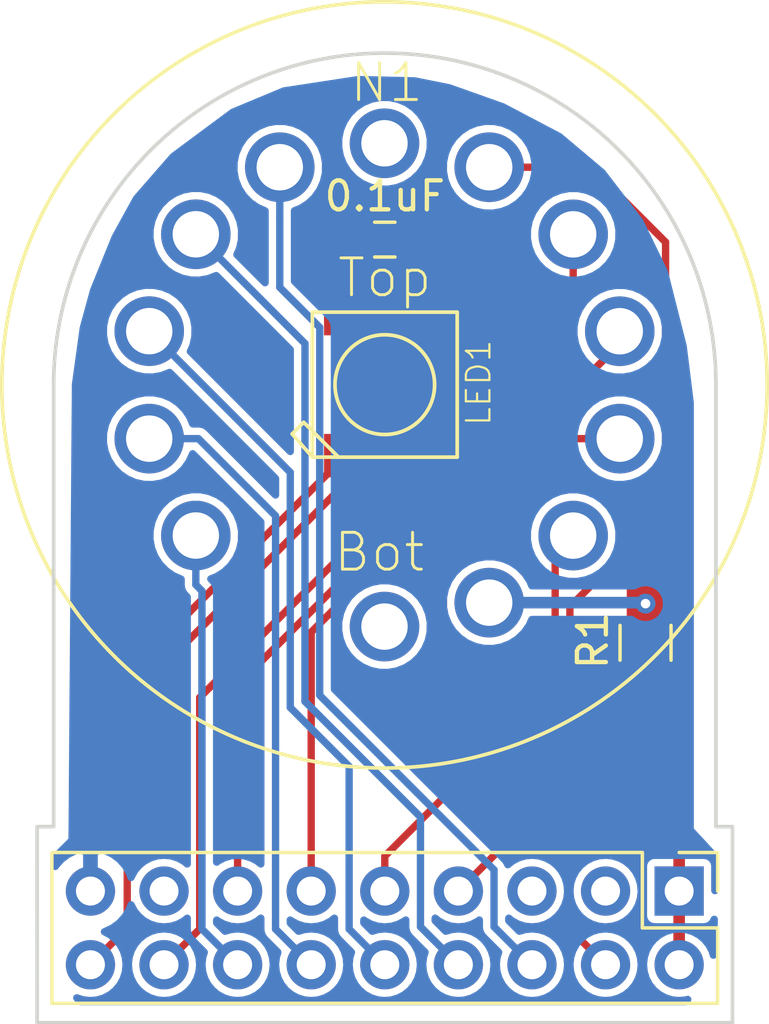
<source format=kicad_pcb>
(kicad_pcb (version 4) (host pcbnew 4.0.7)

  (general
    (links 18)
    (no_connects 0)
    (area 147.954999 107.886499 172.085001 141.443501)
    (thickness 1.6002)
    (drawings 9)
    (tracks 81)
    (zones 0)
    (modules 6)
    (nets 20)
  )

  (page A4)
  (layers
    (0 F.Cu signal)
    (31 B.Cu signal)
    (34 B.Paste user)
    (35 F.Paste user)
    (36 B.SilkS user)
    (37 F.SilkS user)
    (38 B.Mask user)
    (39 F.Mask user)
    (44 Edge.Cuts user)
  )

  (setup
    (last_trace_width 0.254)
    (user_trace_width 0.1524)
    (user_trace_width 0.2)
    (user_trace_width 0.25)
    (user_trace_width 0.3)
    (user_trace_width 0.4)
    (user_trace_width 0.5)
    (user_trace_width 0.6)
    (user_trace_width 0.8)
    (trace_clearance 0.254)
    (zone_clearance 0.1524)
    (zone_45_only no)
    (trace_min 0.1524)
    (segment_width 0.127)
    (edge_width 0.127)
    (via_size 0.6858)
    (via_drill 0.3302)
    (via_min_size 0.6858)
    (via_min_drill 0.3302)
    (uvia_size 0.508)
    (uvia_drill 0.127)
    (uvias_allowed no)
    (uvia_min_size 0.508)
    (uvia_min_drill 0.127)
    (pcb_text_width 0.127)
    (pcb_text_size 0.6 0.6)
    (mod_edge_width 0.127)
    (mod_text_size 0.6 0.6)
    (mod_text_width 0.127)
    (pad_size 1.524 1.524)
    (pad_drill 0.762)
    (pad_to_mask_clearance 0.05)
    (pad_to_paste_clearance -0.04)
    (aux_axis_origin 0 0)
    (grid_origin 160.02 119.38)
    (visible_elements 7FFFFF7F)
    (pcbplotparams
      (layerselection 0x3ffff_80000001)
      (usegerberextensions true)
      (usegerberattributes true)
      (excludeedgelayer true)
      (linewidth 0.127000)
      (plotframeref false)
      (viasonmask false)
      (mode 1)
      (useauxorigin false)
      (hpglpennumber 1)
      (hpglpenspeed 20)
      (hpglpendiameter 15)
      (hpglpenoverlay 2)
      (psnegative false)
      (psa4output false)
      (plotreference true)
      (plotvalue true)
      (plotinvisibletext false)
      (padsonsilk false)
      (subtractmaskfromsilk false)
      (outputformat 1)
      (mirror false)
      (drillshape 0)
      (scaleselection 1)
      (outputdirectory CAM/))
  )

  (net 0 "")
  (net 1 +5V)
  (net 2 GND)
  (net 3 /Anode)
  (net 4 /Din)
  (net 5 "Net-(J1-Pad3)")
  (net 6 /HV6)
  (net 7 /HV5)
  (net 8 /HV10)
  (net 9 /HV4)
  (net 10 /HV9)
  (net 11 /HV3)
  (net 12 /HV8)
  (net 13 /HV2)
  (net 14 /HV7)
  (net 15 /HV1)
  (net 16 "Net-(J1-Pad5)")
  (net 17 "Net-(N1-PadA)")
  (net 18 "Net-(J1-Pad15)")
  (net 19 "Net-(LED1-Pad2-DO)")

  (net_class Default "Imperial - this is the standard class"
    (clearance 0.254)
    (trace_width 0.254)
    (via_dia 0.6858)
    (via_drill 0.3302)
    (uvia_dia 0.508)
    (uvia_drill 0.127)
    (add_net +5V)
    (add_net /Anode)
    (add_net /Din)
    (add_net /HV1)
    (add_net /HV10)
    (add_net /HV2)
    (add_net /HV3)
    (add_net /HV4)
    (add_net /HV5)
    (add_net /HV6)
    (add_net /HV7)
    (add_net /HV8)
    (add_net /HV9)
    (add_net GND)
    (add_net "Net-(J1-Pad15)")
    (add_net "Net-(J1-Pad3)")
    (add_net "Net-(J1-Pad5)")
    (add_net "Net-(LED1-Pad2-DO)")
    (add_net "Net-(N1-PadA)")
  )

  (net_class 0.2mm ""
    (clearance 0.2)
    (trace_width 0.2)
    (via_dia 0.6858)
    (via_drill 0.3302)
    (uvia_dia 0.508)
    (uvia_drill 0.127)
  )

  (net_class Minimal ""
    (clearance 0.1524)
    (trace_width 0.1524)
    (via_dia 0.6858)
    (via_drill 0.3302)
    (uvia_dia 0.508)
    (uvia_drill 0.127)
  )

  (module adafruit:adafruit-WS2812B (layer F.Cu) (tedit 5A39BE5B) (tstamp 5A3ACAFA)
    (at 160.02 119.38 90)
    (path /592C7523)
    (attr smd)
    (fp_text reference LED1 (at 0.0635 3.2385 90) (layer F.SilkS)
      (effects (font (size 0.8128 0.8128) (thickness 0.0762)))
    )
    (fp_text value WS2812B5050 (at 0 0 90) (layer F.SilkS) hide
      (effects (font (thickness 0.15)))
    )
    (fp_line (start 2.49936 2.49936) (end -2.49936 2.49936) (layer F.SilkS) (width 0.127))
    (fp_line (start -2.49936 2.49936) (end -2.49936 -1.59766) (layer F.SilkS) (width 0.127))
    (fp_line (start -2.49936 -1.59766) (end -2.49936 -2.49936) (layer F.SilkS) (width 0.127))
    (fp_line (start -2.49936 -2.49936) (end -1.59766 -2.49936) (layer F.SilkS) (width 0.127))
    (fp_line (start -1.59766 -2.49936) (end 2.49936 -2.49936) (layer F.SilkS) (width 0.127))
    (fp_line (start 2.49936 -2.49936) (end 2.49936 2.49936) (layer F.SilkS) (width 0.127))
    (fp_line (start -2.49936 -1.59766) (end -1.59766 -2.49936) (layer F.SilkS) (width 0.127))
    (fp_line (start -1.59766 -2.49936) (end -1.29794 -2.79908) (layer F.SilkS) (width 0.127))
    (fp_line (start -1.29794 -2.79908) (end -1.69926 -3.19786) (layer F.SilkS) (width 0.127))
    (fp_line (start -1.69926 -3.19786) (end -2.49936 -2.49936) (layer F.SilkS) (width 0.127))
    (fp_circle (center 0 0) (end 0 -1.71958) (layer F.SilkS) (width 0.127))
    (pad 1-VD smd rect (at 2.44856 1.64846 270) (size 1.4986 0.89916) (layers F.Cu F.Paste F.Mask)
      (net 1 +5V))
    (pad 2-DO smd rect (at 2.44856 -1.64846 270) (size 1.4986 0.89916) (layers F.Cu F.Paste F.Mask)
      (net 19 "Net-(LED1-Pad2-DO)"))
    (pad 3-GN smd rect (at -2.44856 -1.64846 270) (size 1.4986 0.89916) (layers F.Cu F.Paste F.Mask)
      (net 2 GND))
    (pad 4-DI smd rect (at -2.44856 1.64846 270) (size 1.4986 0.89916) (layers F.Cu F.Paste F.Mask)
      (net 4 /Din))
  )

  (module Pin_Headers:Pin_Header_Straight_2x09_Pitch2.54mm (layer F.Cu) (tedit 5A6FF4A0) (tstamp 5A3BE88D)
    (at 170.18 136.84 270)
    (descr "Through hole straight pin header, 2x09, 2.54mm pitch, double rows")
    (tags "Through hole pin header THT 2x09 2.54mm double row")
    (path /5A39B530)
    (fp_text reference J1 (at -2.26 9.96 360) (layer F.SilkS) hide
      (effects (font (size 1 1) (thickness 0.15)))
    )
    (fp_text value Nixie (at 1.27 22.65 270) (layer F.Fab)
      (effects (font (size 1 1) (thickness 0.15)))
    )
    (fp_line (start 0 -1.27) (end 3.81 -1.27) (layer F.Fab) (width 0.1))
    (fp_line (start 3.81 -1.27) (end 3.81 21.59) (layer F.Fab) (width 0.1))
    (fp_line (start 3.81 21.59) (end -1.27 21.59) (layer F.Fab) (width 0.1))
    (fp_line (start -1.27 21.59) (end -1.27 0) (layer F.Fab) (width 0.1))
    (fp_line (start -1.27 0) (end 0 -1.27) (layer F.Fab) (width 0.1))
    (fp_line (start -1.33 21.65) (end 3.87 21.65) (layer F.SilkS) (width 0.12))
    (fp_line (start -1.33 1.27) (end -1.33 21.65) (layer F.SilkS) (width 0.12))
    (fp_line (start 3.87 -1.33) (end 3.87 21.65) (layer F.SilkS) (width 0.12))
    (fp_line (start -1.33 1.27) (end 1.27 1.27) (layer F.SilkS) (width 0.12))
    (fp_line (start 1.27 1.27) (end 1.27 -1.33) (layer F.SilkS) (width 0.12))
    (fp_line (start 1.27 -1.33) (end 3.87 -1.33) (layer F.SilkS) (width 0.12))
    (fp_line (start -1.33 0) (end -1.33 -1.33) (layer F.SilkS) (width 0.12))
    (fp_line (start -1.33 -1.33) (end 0 -1.33) (layer F.SilkS) (width 0.12))
    (fp_line (start -1.8 -1.8) (end -1.8 22.1) (layer F.CrtYd) (width 0.05))
    (fp_line (start -1.8 22.1) (end 4.35 22.1) (layer F.CrtYd) (width 0.05))
    (fp_line (start 4.35 22.1) (end 4.35 -1.8) (layer F.CrtYd) (width 0.05))
    (fp_line (start 4.35 -1.8) (end -1.8 -1.8) (layer F.CrtYd) (width 0.05))
    (fp_text user %R (at 1.27 10.16 360) (layer F.Fab)
      (effects (font (size 1 1) (thickness 0.15)))
    )
    (pad 1 thru_hole rect (at 0 0 270) (size 1.7 1.7) (drill 1) (layers *.Cu *.Mask)
      (net 3 /Anode))
    (pad 2 thru_hole oval (at 2.54 0 270) (size 1.7 1.7) (drill 1) (layers *.Cu *.Mask)
      (net 3 /Anode))
    (pad 3 thru_hole oval (at 0 2.54 270) (size 1.7 1.7) (drill 1) (layers *.Cu *.Mask)
      (net 5 "Net-(J1-Pad3)"))
    (pad 4 thru_hole oval (at 2.54 2.54 270) (size 1.7 1.7) (drill 1) (layers *.Cu *.Mask)
      (net 6 /HV6))
    (pad 5 thru_hole oval (at 0 5.08 270) (size 1.7 1.7) (drill 1) (layers *.Cu *.Mask)
      (net 16 "Net-(J1-Pad5)"))
    (pad 6 thru_hole oval (at 2.54 5.08 270) (size 1.7 1.7) (drill 1) (layers *.Cu *.Mask)
      (net 7 /HV5))
    (pad 7 thru_hole oval (at 0 7.62 270) (size 1.7 1.7) (drill 1) (layers *.Cu *.Mask)
      (net 8 /HV10))
    (pad 8 thru_hole oval (at 2.54 7.62 270) (size 1.7 1.7) (drill 1) (layers *.Cu *.Mask)
      (net 9 /HV4))
    (pad 9 thru_hole oval (at 0 10.16 270) (size 1.7 1.7) (drill 1) (layers *.Cu *.Mask)
      (net 10 /HV9))
    (pad 10 thru_hole oval (at 2.54 10.16 270) (size 1.7 1.7) (drill 1) (layers *.Cu *.Mask)
      (net 11 /HV3))
    (pad 11 thru_hole oval (at 0 12.7 270) (size 1.7 1.7) (drill 1) (layers *.Cu *.Mask)
      (net 12 /HV8))
    (pad 12 thru_hole oval (at 2.54 12.7 270) (size 1.7 1.7) (drill 1) (layers *.Cu *.Mask)
      (net 13 /HV2))
    (pad 13 thru_hole oval (at 0 15.24 270) (size 1.7 1.7) (drill 1) (layers *.Cu *.Mask)
      (net 14 /HV7))
    (pad 14 thru_hole oval (at 2.54 15.24 270) (size 1.7 1.7) (drill 1) (layers *.Cu *.Mask)
      (net 15 /HV1))
    (pad 15 thru_hole oval (at 0 17.78 270) (size 1.7 1.7) (drill 1) (layers *.Cu *.Mask)
      (net 18 "Net-(J1-Pad15)"))
    (pad 16 thru_hole oval (at 2.54 17.78 270) (size 1.7 1.7) (drill 1) (layers *.Cu *.Mask)
      (net 4 /Din))
    (pad 17 thru_hole oval (at 0 20.32 270) (size 1.7 1.7) (drill 1) (layers *.Cu *.Mask)
      (net 2 GND))
    (pad 18 thru_hole oval (at 2.54 20.32 270) (size 1.7 1.7) (drill 1) (layers *.Cu *.Mask)
      (net 1 +5V))
    (model ${KISYS3DMOD}/Pin_Headers.3dshapes/Pin_Header_Straight_2x09_Pitch2.54mm.wrl
      (at (xyz 0 0 0))
      (scale (xyz 1 1 1))
      (rotate (xyz 0 0 0))
    )
  )

  (module Capacitors_SMD:C_0603_HandSoldering (layer F.Cu) (tedit 5A39C51B) (tstamp 5A3BEDEB)
    (at 160.02 114.38 180)
    (descr "Capacitor SMD 0603, hand soldering")
    (tags "capacitor 0603")
    (path /592C7A4C)
    (attr smd)
    (fp_text reference C1 (at 0 1.5 180) (layer F.SilkS) hide
      (effects (font (size 1 1) (thickness 0.15)))
    )
    (fp_text value 0.1uF (at 0 1.5 180) (layer F.SilkS)
      (effects (font (size 1 1) (thickness 0.15)))
    )
    (fp_text user %R (at 0 -1.25 180) (layer F.Fab)
      (effects (font (size 1 1) (thickness 0.15)))
    )
    (fp_line (start -0.8 0.4) (end -0.8 -0.4) (layer F.Fab) (width 0.1))
    (fp_line (start 0.8 0.4) (end -0.8 0.4) (layer F.Fab) (width 0.1))
    (fp_line (start 0.8 -0.4) (end 0.8 0.4) (layer F.Fab) (width 0.1))
    (fp_line (start -0.8 -0.4) (end 0.8 -0.4) (layer F.Fab) (width 0.1))
    (fp_line (start -0.35 -0.6) (end 0.35 -0.6) (layer F.SilkS) (width 0.12))
    (fp_line (start 0.35 0.6) (end -0.35 0.6) (layer F.SilkS) (width 0.12))
    (fp_line (start -1.8 -0.65) (end 1.8 -0.65) (layer F.CrtYd) (width 0.05))
    (fp_line (start -1.8 -0.65) (end -1.8 0.65) (layer F.CrtYd) (width 0.05))
    (fp_line (start 1.8 0.65) (end 1.8 -0.65) (layer F.CrtYd) (width 0.05))
    (fp_line (start 1.8 0.65) (end -1.8 0.65) (layer F.CrtYd) (width 0.05))
    (pad 1 smd rect (at -0.95 0 180) (size 1.2 0.75) (layers F.Cu F.Paste F.Mask)
      (net 1 +5V))
    (pad 2 smd rect (at 0.95 0 180) (size 1.2 0.75) (layers F.Cu F.Paste F.Mask)
      (net 2 GND))
    (model Capacitors_SMD.3dshapes/C_0603.wrl
      (at (xyz 0 0 0))
      (scale (xyz 1 1 1))
      (rotate (xyz 0 0 0))
    )
  )

  (module logos:mermaid_l (layer B.Cu) (tedit 0) (tstamp 5A3BEF0C)
    (at 164.0205 118.9355 180)
    (fp_text reference G*** (at 0 0 180) (layer B.SilkS) hide
      (effects (font (thickness 0.3)) (justify mirror))
    )
    (fp_text value LOGO (at 0.75 0 180) (layer B.SilkS) hide
      (effects (font (thickness 0.3)) (justify mirror))
    )
    (fp_poly (pts (xy 0.016811 3.773536) (xy 0.035492 3.771585) (xy 0.039687 3.770741) (xy 0.079417 3.757244)
      (xy 0.111324 3.737775) (xy 0.124832 3.725513) (xy 0.142677 3.704599) (xy 0.153161 3.684612)
      (xy 0.15793 3.661447) (xy 0.15875 3.64097) (xy 0.158058 3.61993) (xy 0.155124 3.604749)
      (xy 0.148654 3.590748) (xy 0.141938 3.580059) (xy 0.122141 3.557766) (xy 0.098998 3.544256)
      (xy 0.074141 3.539962) (xy 0.049199 3.545313) (xy 0.036501 3.55221) (xy 0.025568 3.560763)
      (xy 0.019906 3.570026) (xy 0.017449 3.584153) (xy 0.016932 3.59157) (xy 0.016648 3.608477)
      (xy 0.018904 3.618133) (xy 0.024587 3.623743) (xy 0.026084 3.624592) (xy 0.039465 3.627784)
      (xy 0.050441 3.626922) (xy 0.059967 3.622881) (xy 0.061919 3.615123) (xy 0.060823 3.608777)
      (xy 0.060289 3.596153) (xy 0.064906 3.590901) (xy 0.073078 3.592235) (xy 0.083211 3.599369)
      (xy 0.093713 3.61152) (xy 0.102989 3.6279) (xy 0.103896 3.629997) (xy 0.108418 3.643365)
      (xy 0.108287 3.6547) (xy 0.103467 3.669685) (xy 0.087643 3.698859) (xy 0.064252 3.721926)
      (xy 0.050164 3.731216) (xy 0.036916 3.737802) (xy 0.022748 3.741623) (xy 0.004134 3.743365)
      (xy -0.014288 3.743716) (xy -0.040147 3.742911) (xy -0.057394 3.740394) (xy -0.064294 3.73724)
      (xy -0.073648 3.731439) (xy -0.077728 3.730626) (xy -0.088165 3.726605) (xy -0.102163 3.716065)
      (xy -0.117406 3.701291) (xy -0.131579 3.684564) (xy -0.142367 3.668169) (xy -0.143717 3.665542)
      (xy -0.151883 3.648712) (xy -0.159332 3.633251) (xy -0.163088 3.620111) (xy -0.165384 3.598867)
      (xy -0.16631 3.568514) (xy -0.166318 3.553876) (xy -0.166026 3.5265) (xy -0.165145 3.506715)
      (xy -0.163111 3.491529) (xy -0.159359 3.477949) (xy -0.153324 3.462983) (xy -0.14625 3.447521)
      (xy -0.121753 3.405235) (xy -0.0903 3.36927) (xy -0.051325 3.33924) (xy -0.004264 3.314759)
      (xy 0.051447 3.295441) (xy 0.089958 3.28602) (xy 0.119366 3.282227) (xy 0.156195 3.281263)
      (xy 0.197719 3.282946) (xy 0.241212 3.28709) (xy 0.283951 3.293513) (xy 0.321687 3.301638)
      (xy 0.342155 3.307861) (xy 0.360849 3.315263) (xy 0.376278 3.322945) (xy 0.386953 3.330006)
      (xy 0.391385 3.335547) (xy 0.388082 3.338667) (xy 0.383597 3.339042) (xy 0.373649 3.342219)
      (xy 0.357833 3.350734) (xy 0.338335 3.36306) (xy 0.317344 3.377673) (xy 0.297047 3.393046)
      (xy 0.279632 3.407655) (xy 0.267286 3.419973) (xy 0.26692 3.420407) (xy 0.246827 3.446164)
      (xy 0.232225 3.469838) (xy 0.221889 3.494463) (xy 0.214597 3.523071) (xy 0.209127 3.558694)
      (xy 0.208269 3.565849) (xy 0.208225 3.599519) (xy 0.214696 3.635439) (xy 0.226608 3.670269)
      (xy 0.242885 3.700666) (xy 0.257355 3.718587) (xy 0.284712 3.739246) (xy 0.316451 3.752322)
      (xy 0.350326 3.757709) (xy 0.384089 3.755304) (xy 0.415495 3.745003) (xy 0.441854 3.727116)
      (xy 0.456743 3.708989) (xy 0.464158 3.687733) (xy 0.465666 3.667574) (xy 0.46447 3.649678)
      (xy 0.459418 3.636679) (xy 0.44831 3.623019) (xy 0.447843 3.622523) (xy 0.432662 3.60928)
      (xy 0.418526 3.60395) (xy 0.413448 3.603625) (xy 0.394908 3.608269) (xy 0.381565 3.620647)
      (xy 0.375782 3.638431) (xy 0.375708 3.640833) (xy 0.378805 3.655072) (xy 0.386689 3.660815)
      (xy 0.397247 3.657238) (xy 0.40302 3.65151) (xy 0.411119 3.643576) (xy 0.417703 3.64383)
      (xy 0.420717 3.645984) (xy 0.426691 3.656909) (xy 0.428309 3.673525) (xy 0.425542 3.691863)
      (xy 0.421138 3.703294) (xy 0.410709 3.716673) (xy 0.399156 3.725521) (xy 0.381042 3.731036)
      (xy 0.358057 3.732598) (xy 0.335132 3.730244) (xy 0.318905 3.724949) (xy 0.298369 3.711409)
      (xy 0.278961 3.693672) (xy 0.264484 3.675356) (xy 0.26187 3.670693) (xy 0.258107 3.658302)
      (xy 0.255508 3.640465) (xy 0.254155 3.620218) (xy 0.254128 3.6006) (xy 0.25551 3.584648)
      (xy 0.258381 3.5754) (xy 0.259291 3.574521) (xy 0.263387 3.567227) (xy 0.264583 3.558334)
      (xy 0.266434 3.54854) (xy 0.269875 3.545417) (xy 0.274956 3.541344) (xy 0.275166 3.539772)
      (xy 0.278369 3.532005) (xy 0.286651 3.519125) (xy 0.298022 3.503894) (xy 0.310492 3.489074)
      (xy 0.315691 3.483521) (xy 0.332808 3.469181) (xy 0.356966 3.453086) (xy 0.385192 3.436898)
      (xy 0.41451 3.422278) (xy 0.441945 3.410886) (xy 0.451563 3.407656) (xy 0.513508 3.39253)
      (xy 0.572008 3.386659) (xy 0.6285 3.390216) (xy 0.684423 3.403376) (xy 0.741216 3.42631)
      (xy 0.78052 3.447259) (xy 0.817352 3.46804) (xy 0.848125 3.483558) (xy 0.875501 3.494552)
      (xy 0.902139 3.501759) (xy 0.9307 3.505917) (xy 0.963843 3.507764) (xy 0.999762 3.50806)
      (xy 1.029829 3.507596) (xy 1.058475 3.506543) (xy 1.08289 3.505047) (xy 1.100268 3.50325)
      (xy 1.103312 3.502746) (xy 1.124251 3.498943) (xy 1.148566 3.494739) (xy 1.16152 3.492588)
      (xy 1.183437 3.488718) (xy 1.205109 3.484407) (xy 1.21576 3.482026) (xy 1.242534 3.475574)
      (xy 1.261268 3.470981) (xy 1.27422 3.467665) (xy 1.283649 3.465044) (xy 1.29181 3.462534)
      (xy 1.293812 3.46189) (xy 1.330054 3.447173) (xy 1.362613 3.428217) (xy 1.390124 3.406284)
      (xy 1.411222 3.382636) (xy 1.42454 3.358536) (xy 1.428749 3.337087) (xy 1.430965 3.31796)
      (xy 1.436932 3.293293) (xy 1.445634 3.266996) (xy 1.4496 3.257021) (xy 1.460028 3.223921)
      (xy 1.465344 3.188889) (xy 1.465701 3.173183) (xy 1.465206 3.152449) (xy 1.465622 3.140318)
      (xy 1.467505 3.134815) (xy 1.471411 3.133966) (xy 1.476375 3.135313) (xy 1.485246 3.136563)
      (xy 1.485546 3.132317) (xy 1.477379 3.123141) (xy 1.473497 3.119686) (xy 1.464568 3.110292)
      (xy 1.463129 3.101507) (xy 1.465406 3.093994) (xy 1.472998 3.082438) (xy 1.485846 3.06985)
      (xy 1.491895 3.065257) (xy 1.507592 3.051442) (xy 1.513053 3.038041) (xy 1.508312 3.023896)
      (xy 1.493572 3.007997) (xy 1.481954 2.996879) (xy 1.477871 2.989625) (xy 1.480148 2.984092)
      (xy 1.480343 2.983889) (xy 1.48489 2.973373) (xy 1.486712 2.956585) (xy 1.485771 2.93749)
      (xy 1.482027 2.920051) (xy 1.481007 2.917281) (xy 1.468042 2.883178) (xy 1.459777 2.85676)
      (xy 1.455764 2.836468) (xy 1.455208 2.827306) (xy 1.451635 2.812089) (xy 1.440656 2.801224)
      (xy 1.433744 2.797314) (xy 1.425278 2.794661) (xy 1.41333 2.793085) (xy 1.395971 2.79241)
      (xy 1.371273 2.792457) (xy 1.349375 2.792809) (xy 1.31873 2.793255) (xy 1.296659 2.793112)
      (xy 1.281157 2.792186) (xy 1.270221 2.790279) (xy 1.261849 2.787196) (xy 1.255447 2.783626)
      (xy 1.244268 2.774775) (xy 1.238474 2.766405) (xy 1.23825 2.764974) (xy 1.235863 2.757876)
      (xy 1.233805 2.756959) (xy 1.229201 2.752098) (xy 1.223916 2.739092) (xy 1.218503 2.720308)
      (xy 1.213515 2.698112) (xy 1.209506 2.674871) (xy 1.207028 2.652951) (xy 1.2065 2.640132)
      (xy 1.207874 2.614203) (xy 1.211589 2.582523) (xy 1.217032 2.549504) (xy 1.222776 2.522803)
      (xy 1.235661 2.473043) (xy 1.247332 2.433315) (xy 1.257929 2.403156) (xy 1.259293 2.399771)
      (xy 1.264013 2.387513) (xy 1.269636 2.371955) (xy 1.270086 2.370667) (xy 1.278721 2.347809)
      (xy 1.289907 2.322021) (xy 1.304888 2.290463) (xy 1.308378 2.283355) (xy 1.317963 2.259043)
      (xy 1.323702 2.234224) (xy 1.325348 2.211548) (xy 1.322652 2.19366) (xy 1.317561 2.184909)
      (xy 1.307186 2.176016) (xy 1.292853 2.165074) (xy 1.277255 2.153968) (xy 1.263087 2.144581)
      (xy 1.253044 2.138797) (xy 1.250232 2.137834) (xy 1.242386 2.13401) (xy 1.231208 2.124466)
      (xy 1.219519 2.11209) (xy 1.21014 2.099773) (xy 1.206613 2.093154) (xy 1.204218 2.073293)
      (xy 1.210459 2.048342) (xy 1.211685 2.04523) (xy 1.220793 2.023791) (xy 1.23213 1.998543)
      (xy 1.244765 1.971403) (xy 1.257766 1.944284) (xy 1.270202 1.9191) (xy 1.281142 1.897767)
      (xy 1.289653 1.882198) (xy 1.294804 1.874308) (xy 1.294911 1.874195) (xy 1.300737 1.866426)
      (xy 1.30175 1.863411) (xy 1.305702 1.855954) (xy 1.316422 1.843726) (xy 1.332206 1.828296)
      (xy 1.351351 1.811235) (xy 1.372151 1.794113) (xy 1.392903 1.778501) (xy 1.397 1.775628)
      (xy 1.412481 1.764474) (xy 1.432822 1.749179) (xy 1.456251 1.731147) (xy 1.480994 1.711783)
      (xy 1.505277 1.692489) (xy 1.527327 1.674669) (xy 1.54537 1.659728) (xy 1.557633 1.649068)
      (xy 1.561041 1.645785) (xy 1.566531 1.641261) (xy 1.577559 1.632846) (xy 1.584854 1.62743)
      (xy 1.599074 1.616479) (xy 1.610642 1.606732) (xy 1.613958 1.603563) (xy 1.621166 1.597319)
      (xy 1.63503 1.586326) (xy 1.653625 1.57203) (xy 1.675029 1.555881) (xy 1.697317 1.539326)
      (xy 1.718566 1.523814) (xy 1.736854 1.510793) (xy 1.740958 1.507944) (xy 1.75542 1.497422)
      (xy 1.767734 1.487559) (xy 1.769672 1.48584) (xy 1.781335 1.477351) (xy 1.789516 1.473434)
      (xy 1.797549 1.469117) (xy 1.799166 1.466423) (xy 1.803588 1.462135) (xy 1.814535 1.456503)
      (xy 1.817687 1.455209) (xy 1.829662 1.449593) (xy 1.835937 1.444862) (xy 1.836208 1.4441)
      (xy 1.840779 1.440501) (xy 1.852852 1.434525) (xy 1.869967 1.42737) (xy 1.872824 1.426267)
      (xy 1.88894 1.420424) (xy 1.902804 1.416562) (xy 1.917198 1.414357) (xy 1.934907 1.413483)
      (xy 1.958714 1.413615) (xy 1.977334 1.414048) (xy 2.011477 1.415666) (xy 2.050591 1.418652)
      (xy 2.089221 1.422539) (xy 2.114726 1.425785) (xy 2.14488 1.42989) (xy 2.16751 1.432256)
      (xy 2.18552 1.432964) (xy 2.201812 1.432095) (xy 2.219288 1.429731) (xy 2.224528 1.428856)
      (xy 2.245404 1.424861) (xy 2.257747 1.421152) (xy 2.263552 1.416902) (xy 2.264833 1.412127)
      (xy 2.263508 1.406717) (xy 2.257986 1.403732) (xy 2.245944 1.402491) (xy 2.231409 1.402292)
      (xy 2.207764 1.401303) (xy 2.182238 1.398663) (xy 2.158033 1.394866) (xy 2.138355 1.390404)
      (xy 2.12725 1.386276) (xy 2.123304 1.383434) (xy 2.123829 1.381057) (xy 2.130164 1.378752)
      (xy 2.143652 1.376125) (xy 2.165634 1.37278) (xy 2.180166 1.370725) (xy 2.208747 1.366286)
      (xy 2.230983 1.361492) (xy 2.251087 1.355226) (xy 2.27327 1.34637) (xy 2.275416 1.345449)
      (xy 2.291879 1.337058) (xy 2.307873 1.326809) (xy 2.32072 1.316668) (xy 2.327745 1.308602)
      (xy 2.328333 1.306591) (xy 2.323743 1.304335) (xy 2.312281 1.304011) (xy 2.297402 1.305252)
      (xy 2.282566 1.307694) (xy 2.271229 1.31097) (xy 2.267743 1.312991) (xy 2.258675 1.31683)
      (xy 2.251604 1.317626) (xy 2.239817 1.320172) (xy 2.234786 1.323331) (xy 2.225761 1.326846)
      (xy 2.213884 1.326984) (xy 2.204136 1.325219) (xy 2.204029 1.323129) (xy 2.20927 1.320799)
      (xy 2.23606 1.310129) (xy 2.25511 1.301894) (xy 2.268643 1.294964) (xy 2.278885 1.288209)
      (xy 2.287322 1.281169) (xy 2.296853 1.2715) (xy 2.301715 1.264499) (xy 2.301875 1.263719)
      (xy 2.297454 1.259587) (xy 2.285098 1.260225) (xy 2.266162 1.265338) (xy 2.242005 1.274631)
      (xy 2.232778 1.27872) (xy 2.210862 1.287938) (xy 2.195226 1.292907) (xy 2.186673 1.293593)
      (xy 2.186011 1.289959) (xy 2.194044 1.28197) (xy 2.19612 1.28034) (xy 2.207237 1.273141)
      (xy 2.215319 1.270118) (xy 2.221801 1.265714) (xy 2.226876 1.256324) (xy 2.227791 1.251047)
      (xy 2.223516 1.248302) (xy 2.212505 1.249392) (xy 2.197482 1.253408) (xy 2.181171 1.259436)
      (xy 2.166296 1.266566) (xy 2.15558 1.273887) (xy 2.153708 1.275833) (xy 2.146702 1.280288)
      (xy 2.132687 1.286789) (xy 2.114695 1.294037) (xy 2.095756 1.300732) (xy 2.095124 1.300937)
      (xy 2.07869 1.304461) (xy 2.057774 1.306667) (xy 2.046312 1.307042) (xy 2.028903 1.306558)
      (xy 2.018807 1.304253) (xy 2.012768 1.298853) (xy 2.009183 1.29249) (xy 2.005287 1.278785)
      (xy 2.008579 1.265874) (xy 2.019902 1.252443) (xy 2.040101 1.237179) (xy 2.048014 1.232048)
      (xy 2.069352 1.218173) (xy 2.083328 1.207722) (xy 2.091758 1.198848) (xy 2.096459 1.189706)
      (xy 2.098878 1.180349) (xy 2.099775 1.168122) (xy 2.095521 1.163627) (xy 2.094838 1.16354)
      (xy 2.077123 1.165005) (xy 2.064663 1.173081) (xy 2.054291 1.180457) (xy 2.036679 1.190046)
      (xy 2.014573 1.20055) (xy 1.990717 1.210671) (xy 1.967857 1.219114) (xy 1.965854 1.219776)
      (xy 1.928101 1.233609) (xy 1.898307 1.248381) (xy 1.87387 1.26573) (xy 1.852189 1.287294)
      (xy 1.844908 1.29597) (xy 1.82922 1.314316) (xy 1.813605 1.330793) (xy 1.80082 1.342542)
      (xy 1.797992 1.344686) (xy 1.786309 1.353213) (xy 1.778836 1.359346) (xy 1.778 1.360236)
      (xy 1.771224 1.365606) (xy 1.75693 1.374794) (xy 1.736985 1.386729) (xy 1.713259 1.400343)
      (xy 1.687619 1.414565) (xy 1.661936 1.428326) (xy 1.638076 1.440557) (xy 1.635125 1.442019)
      (xy 1.587553 1.46584) (xy 1.546283 1.487396) (xy 1.507857 1.50852) (xy 1.481666 1.52353)
      (xy 1.464862 1.532936) (xy 1.450648 1.540248) (xy 1.443302 1.543429) (xy 1.435482 1.548118)
      (xy 1.434041 1.551076) (xy 1.429946 1.555562) (xy 1.42835 1.55575) (xy 1.421455 1.558368)
      (xy 1.407463 1.565519) (xy 1.388265 1.576151) (xy 1.365753 1.589212) (xy 1.341819 1.60365)
      (xy 1.338081 1.605957) (xy 1.328838 1.611626) (xy 1.314356 1.620452) (xy 1.303686 1.626934)
      (xy 1.289183 1.635949) (xy 1.278713 1.64286) (xy 1.275291 1.645485) (xy 1.269816 1.650117)
      (xy 1.258818 1.65865) (xy 1.251479 1.66417) (xy 1.234056 1.677274) (xy 1.220686 1.687881)
      (xy 1.208649 1.698391) (xy 1.195222 1.711206) (xy 1.177684 1.728725) (xy 1.173427 1.733021)
      (xy 1.154691 1.753203) (xy 1.136473 1.774958) (xy 1.121826 1.794574) (xy 1.117957 1.80049)
      (xy 1.107458 1.815879) (xy 1.098096 1.826821) (xy 1.091977 1.830917) (xy 1.085418 1.828569)
      (xy 1.084785 1.826948) (xy 1.081627 1.820717) (xy 1.073818 1.810294) (xy 1.071556 1.807605)
      (xy 1.063024 1.796859) (xy 1.058535 1.789598) (xy 1.058333 1.788759) (xy 1.055116 1.78268)
      (xy 1.048847 1.77503) (xy 1.038358 1.760344) (xy 1.026121 1.737991) (xy 1.013216 1.710506)
      (xy 1.00072 1.680421) (xy 0.989714 1.650268) (xy 0.981275 1.622581) (xy 0.977986 1.608667)
      (xy 0.968972 1.562362) (xy 0.962328 1.523365) (xy 0.95779 1.488735) (xy 0.955093 1.45553)
      (xy 0.953972 1.420809) (xy 0.954162 1.38163) (xy 0.954874 1.352021) (xy 0.955956 1.318336)
      (xy 0.957154 1.287144) (xy 0.958377 1.260422) (xy 0.959534 1.240144) (xy 0.960534 1.228284)
      (xy 0.960617 1.227667) (xy 0.961429 1.217554) (xy 0.962358 1.198447) (xy 0.96335 1.171939)
      (xy 0.964353 1.139617) (xy 0.96531 1.103071) (xy 0.96617 1.063891) (xy 0.966176 1.063625)
      (xy 0.966988 1.016579) (xy 0.967314 0.977779) (xy 0.967075 0.9449) (xy 0.96619 0.915612)
      (xy 0.964579 0.887587) (xy 0.962164 0.858498) (xy 0.958863 0.826017) (xy 0.95765 0.814917)
      (xy 0.951084 0.75682) (xy 0.945176 0.707679) (xy 0.939682 0.665903) (xy 0.934356 0.629902)
      (xy 0.928956 0.598088) (xy 0.923235 0.56887) (xy 0.916949 0.54066) (xy 0.912885 0.523875)
      (xy 0.906794 0.498662) (xy 0.901413 0.475129) (xy 0.897462 0.456489) (xy 0.895973 0.44834)
      (xy 0.892856 0.434708) (xy 0.889085 0.426281) (xy 0.888285 0.425538) (xy 0.884592 0.418555)
      (xy 0.883669 0.411115) (xy 0.882028 0.401383) (xy 0.877635 0.38436) (xy 0.871226 0.362746)
      (xy 0.866028 0.346605) (xy 0.857767 0.321534) (xy 0.84996 0.297435) (xy 0.843739 0.277819)
      (xy 0.841302 0.269875) (xy 0.836378 0.25453) (xy 0.832191 0.243342) (xy 0.830942 0.240771)
      (xy 0.827336 0.232696) (xy 0.822295 0.21902) (xy 0.820702 0.214313) (xy 0.81395 0.195276)
      (xy 0.806669 0.176625) (xy 0.80583 0.174625) (xy 0.798972 0.158321) (xy 0.792944 0.14374)
      (xy 0.792593 0.142875) (xy 0.786649 0.129107) (xy 0.782549 0.120458) (xy 0.778574 0.110063)
      (xy 0.777875 0.105842) (xy 0.775639 0.099184) (xy 0.769428 0.084596) (xy 0.759982 0.063622)
      (xy 0.748042 0.037806) (xy 0.734349 0.008691) (xy 0.719644 -0.022178) (xy 0.704668 -0.053257)
      (xy 0.690162 -0.083002) (xy 0.676867 -0.10987) (xy 0.665523 -0.132316) (xy 0.656873 -0.148797)
      (xy 0.651656 -0.157769) (xy 0.650888 -0.15875) (xy 0.64704 -0.164585) (xy 0.640139 -0.176579)
      (xy 0.635415 -0.185208) (xy 0.622667 -0.207639) (xy 0.605809 -0.235506) (xy 0.586295 -0.266573)
      (xy 0.565581 -0.298607) (xy 0.545121 -0.329373) (xy 0.52637 -0.356639) (xy 0.510784 -0.378168)
      (xy 0.504464 -0.386291) (xy 0.49882 -0.393433) (xy 0.48822 -0.406992) (xy 0.474188 -0.425014)
      (xy 0.458423 -0.445321) (xy 0.386268 -0.531586) (xy 0.305323 -0.615902) (xy 0.217382 -0.696433)
      (xy 0.193138 -0.716902) (xy 0.177764 -0.729736) (xy 0.165728 -0.739925) (xy 0.159212 -0.745619)
      (xy 0.15875 -0.74607) (xy 0.15364 -0.750212) (xy 0.141905 -0.75919) (xy 0.125441 -0.771566)
      (xy 0.111125 -0.782215) (xy 0.091503 -0.796811) (xy 0.074346 -0.809688) (xy 0.061903 -0.819151)
      (xy 0.057234 -0.822811) (xy 0.046348 -0.830914) (xy 0.033422 -0.839659) (xy 0.019429 -0.849492)
      (xy 0.008262 -0.85853) (xy -0.00115 -0.865562) (xy -0.006772 -0.867833) (xy -0.013177 -0.871028)
      (xy -0.024494 -0.879231) (xy -0.033185 -0.886354) (xy -0.046046 -0.896711) (xy -0.055853 -0.903433)
      (xy -0.059243 -0.904875) (xy -0.065136 -0.907527) (xy -0.076973 -0.9143) (xy -0.09191 -0.923419)
      (xy -0.107104 -0.933106) (xy -0.119711 -0.941585) (xy -0.126887 -0.947081) (xy -0.127 -0.947193)
      (xy -0.133129 -0.951521) (xy -0.142875 -0.957378) (xy -0.152011 -0.962765) (xy -0.168175 -0.972485)
      (xy -0.189376 -0.985333) (xy -0.213623 -1.000104) (xy -0.223801 -1.006326) (xy -0.247553 -1.020777)
      (xy -0.267952 -1.033032) (xy -0.283378 -1.04213) (xy -0.292207 -1.047106) (xy -0.293632 -1.04775)
      (xy -0.298902 -1.050229) (xy -0.310818 -1.056768) (xy -0.326931 -1.066017) (xy -0.328991 -1.067222)
      (xy -0.356603 -1.083148) (xy -0.386048 -1.099703) (xy -0.414493 -1.115327) (xy -0.439106 -1.128464)
      (xy -0.455084 -1.136599) (xy -0.467632 -1.14309) (xy -0.475484 -1.147821) (xy -0.47625 -1.148468)
      (xy -0.481786 -1.151903) (xy -0.494692 -1.158989) (xy -0.512891 -1.168607) (xy -0.529167 -1.177013)
      (xy -0.578322 -1.202179) (xy -0.622845 -1.225001) (xy -0.661951 -1.245075) (xy -0.694854 -1.261998)
      (xy -0.720769 -1.275365) (xy -0.73891 -1.284772) (xy -0.748492 -1.289816) (xy -0.748968 -1.290075)
      (xy -0.758048 -1.294813) (xy -0.773987 -1.302904) (xy -0.794153 -1.313017) (xy -0.80698 -1.3194)
      (xy -0.881231 -1.35675) (xy -0.94652 -1.390707) (xy -1.003734 -1.421745) (xy -1.05376 -1.450342)
      (xy -1.076855 -1.464177) (xy -1.090458 -1.471801) (xy -1.098021 -1.475597) (xy -1.105412 -1.479911)
      (xy -1.119579 -1.488876) (xy -1.138874 -1.501392) (xy -1.161647 -1.516359) (xy -1.18625 -1.532677)
      (xy -1.211035 -1.549246) (xy -1.234352 -1.564966) (xy -1.254552 -1.578737) (xy -1.269988 -1.58946)
      (xy -1.279009 -1.596033) (xy -1.280584 -1.5974) (xy -1.28583 -1.602217) (xy -1.296881 -1.611472)
      (xy -1.309688 -1.621833) (xy -1.369914 -1.675393) (xy -1.421218 -1.732685) (xy -1.463288 -1.79318)
      (xy -1.495811 -1.856346) (xy -1.518476 -1.921651) (xy -1.530971 -1.988566) (xy -1.532115 -2.00072)
      (xy -1.533533 -2.021291) (xy -1.533389 -2.03401) (xy -1.531178 -2.041555) (xy -1.526396 -2.046606)
      (xy -1.523028 -2.048937) (xy -1.508982 -2.055507) (xy -1.492365 -2.060056) (xy -1.492229 -2.060079)
      (xy -1.452691 -2.067475) (xy -1.418964 -2.075738) (xy -1.394355 -2.083271) (xy -1.372487 -2.090356)
      (xy -1.346337 -2.098616) (xy -1.322917 -2.10585) (xy -1.302468 -2.112199) (xy -1.284909 -2.117877)
      (xy -1.273608 -2.12179) (xy -1.272646 -2.122164) (xy -1.262724 -2.125949) (xy -1.246121 -2.132103)
      (xy -1.226116 -2.139411) (xy -1.222375 -2.140766) (xy -1.203039 -2.148094) (xy -1.187481 -2.154598)
      (xy -1.178496 -2.159093) (xy -1.177661 -2.159711) (xy -1.168071 -2.163984) (xy -1.164987 -2.164291)
      (xy -1.156849 -2.166561) (xy -1.141251 -2.172762) (xy -1.120145 -2.181983) (xy -1.095482 -2.193313)
      (xy -1.069213 -2.20584) (xy -1.043289 -2.218653) (xy -1.019661 -2.230841) (xy -1.002771 -2.240067)
      (xy -0.979183 -2.253619) (xy -0.954406 -2.268128) (xy -0.930964 -2.28209) (xy -0.911386 -2.293997)
      (xy -0.898196 -2.302344) (xy -0.897227 -2.302991) (xy -0.84537 -2.340492) (xy -0.792658 -2.383257)
      (xy -0.741528 -2.42907) (xy -0.694416 -2.475712) (xy -0.653759 -2.520968) (xy -0.642579 -2.534708)
      (xy -0.628634 -2.552018) (xy -0.616971 -2.565902) (xy -0.609232 -2.574434) (xy -0.607219 -2.576159)
      (xy -0.603295 -2.582213) (xy -0.60325 -2.582995) (xy -0.599953 -2.59017) (xy -0.592419 -2.599694)
      (xy -0.584795 -2.609595) (xy -0.573492 -2.626331) (xy -0.559985 -2.647494) (xy -0.545751 -2.670677)
      (xy -0.532266 -2.693472) (xy -0.521004 -2.713471) (xy -0.513442 -2.728265) (xy -0.512956 -2.729342)
      (xy -0.506925 -2.740667) (xy -0.501953 -2.746251) (xy -0.501417 -2.746375) (xy -0.497764 -2.750622)
      (xy -0.497417 -2.753524) (xy -0.495063 -2.76201) (xy -0.489037 -2.775934) (xy -0.484188 -2.785554)
      (xy -0.476676 -2.800966) (xy -0.471883 -2.81327) (xy -0.470959 -2.817651) (xy -0.468504 -2.82541)
      (xy -0.46699 -2.826631) (xy -0.463351 -2.832354) (xy -0.457475 -2.846051) (xy -0.450118 -2.865545)
      (xy -0.442034 -2.888659) (xy -0.433976 -2.913215) (xy -0.4267 -2.937036) (xy -0.420958 -2.957944)
      (xy -0.419645 -2.963333) (xy -0.414816 -2.982772) (xy -0.410227 -2.999259) (xy -0.40721 -3.008312)
      (xy -0.403349 -3.020934) (xy -0.400065 -3.036847) (xy -0.399977 -3.037416) (xy -0.397973 -3.049953)
      (xy -0.394675 -3.070065) (xy -0.390554 -3.094892) (xy -0.386442 -3.119437) (xy -0.382507 -3.145522)
      (xy -0.379552 -3.172135) (xy -0.377442 -3.20146) (xy -0.376041 -3.23568) (xy -0.375217 -3.276977)
      (xy -0.374941 -3.306237) (xy -0.374907 -3.341428) (xy -0.375253 -3.373114) (xy -0.375932 -3.399753)
      (xy -0.376895 -3.4198) (xy -0.378095 -3.431711) (xy -0.378888 -3.43429) (xy -0.385103 -3.433466)
      (xy -0.398593 -3.427213) (xy -0.41801 -3.416235) (xy -0.441209 -3.401752) (xy -0.483878 -3.374892)
      (xy -0.526415 -3.34985) (xy -0.571041 -3.325433) (xy -0.619976 -3.30045) (xy -0.67544 -3.27371)
      (xy -0.709084 -3.258031) (xy -0.744498 -3.241758) (xy -0.773275 -3.228687) (xy -0.794644 -3.21916)
      (xy -0.807839 -3.213522) (xy -0.812017 -3.212041) (xy -0.817473 -3.210007) (xy -0.830202 -3.204577)
      (xy -0.847855 -3.196764) (xy -0.855541 -3.193302) (xy -0.87586 -3.184131) (xy -0.893504 -3.176218)
      (xy -0.905456 -3.170914) (xy -0.907521 -3.170016) (xy -0.918356 -3.165316) (xy -0.934412 -3.158299)
      (xy -0.944563 -3.153846) (xy -0.976212 -3.140021) (xy -0.999364 -3.130101) (xy -1.015151 -3.123604)
      (xy -1.018646 -3.12224) (xy -1.034695 -3.115354) (xy -1.057193 -3.104752) (xy -1.083338 -3.091857)
      (xy -1.110325 -3.078089) (xy -1.135352 -3.064868) (xy -1.155614 -3.053616) (xy -1.164167 -3.048495)
      (xy -1.18064 -3.036718) (xy -1.199817 -3.020816) (xy -1.220061 -3.002427) (xy -1.239737 -2.983188)
      (xy -1.257209 -2.964736) (xy -1.27084 -2.948708) (xy -1.278994 -2.936743) (xy -1.280584 -2.931984)
      (xy -1.284494 -2.925639) (xy -1.284991 -2.925409) (xy -1.290019 -2.9202) (xy -1.298403 -2.9087)
      (xy -1.308276 -2.893826) (xy -1.317775 -2.878494) (xy -1.325035 -2.865619) (xy -1.32819 -2.858117)
      (xy -1.328209 -2.857838) (xy -1.332 -2.851529) (xy -1.332427 -2.851326) (xy -1.337013 -2.84591)
      (xy -1.344025 -2.834059) (xy -1.348297 -2.82575) (xy -1.354863 -2.813311) (xy -1.359169 -2.807024)
      (xy -1.360124 -2.807229) (xy -1.360267 -2.814002) (xy -1.360556 -2.829563) (xy -1.360961 -2.852114)
      (xy -1.361448 -2.879861) (xy -1.36193 -2.90777) (xy -1.363484 -2.959059) (xy -1.366614 -3.002125)
      (xy -1.371909 -3.039285) (xy -1.379955 -3.072855) (xy -1.391341 -3.105149) (xy -1.406655 -3.138482)
      (xy -1.426484 -3.175172) (xy -1.432473 -3.185583) (xy -1.441516 -3.200851) (xy -1.454792 -3.222887)
      (xy -1.470945 -3.249473) (xy -1.488616 -3.278392) (xy -1.506447 -3.307427) (xy -1.523079 -3.334361)
      (xy -1.537156 -3.356975) (xy -1.546782 -3.372217) (xy -1.556574 -3.387882) (xy -1.563588 -3.399817)
      (xy -1.566333 -3.405482) (xy -1.566334 -3.405513) (xy -1.569332 -3.411428) (xy -1.571875 -3.414671)
      (xy -1.578955 -3.424037) (xy -1.58836 -3.437955) (xy -1.598309 -3.453578) (xy -1.607021 -3.468061)
      (xy -1.612717 -3.478559) (xy -1.613959 -3.481937) (xy -1.617841 -3.488012) (xy -1.618012 -3.48809)
      (xy -1.62267 -3.49336) (xy -1.6306 -3.505128) (xy -1.640113 -3.520543) (xy -1.649522 -3.536754)
      (xy -1.657137 -3.550911) (xy -1.661271 -3.560162) (xy -1.661584 -3.56167) (xy -1.66483 -3.566534)
      (xy -1.665553 -3.566624) (xy -1.670608 -3.570852) (xy -1.67527 -3.57853) (xy -1.6797 -3.587499)
      (xy -1.687831 -3.603801) (xy -1.698602 -3.625313) (xy -1.710953 -3.649918) (xy -1.714283 -3.656541)
      (xy -1.728714 -3.685357) (xy -1.739369 -3.707018) (xy -1.747301 -3.723791) (xy -1.753561 -3.73794)
      (xy -1.759201 -3.751728) (xy -1.762834 -3.761052) (xy -1.768776 -3.776191) (xy -1.77226 -3.784864)
      (xy -1.776532 -3.796565) (xy -1.782292 -3.813799) (xy -1.786124 -3.825875) (xy -1.794107 -3.850123)
      (xy -1.800605 -3.864974) (xy -1.806629 -3.871317) (xy -1.813196 -3.870039) (xy -1.821317 -3.862026)
      (xy -1.823851 -3.858896) (xy -1.834996 -3.845041) (xy -1.845018 -3.832935) (xy -1.860304 -3.814747)
      (xy -1.871524 -3.80089) (xy -1.881557 -3.787711) (xy -1.892096 -3.773209) (xy -1.901907 -3.758672)
      (xy -1.908513 -3.747198) (xy -1.910292 -3.74234) (xy -1.913744 -3.735549) (xy -1.9147 -3.735034)
      (xy -1.920879 -3.728832) (xy -1.93058 -3.714612) (xy -1.942942 -3.693993) (xy -1.957108 -3.668592)
      (xy -1.972218 -3.640026) (xy -1.987415 -3.609913) (xy -2.001841 -3.579871) (xy -2.014636 -3.551517)
      (xy -2.02375 -3.529541) (xy -2.030337 -3.513335) (xy -2.036097 -3.500143) (xy -2.037835 -3.49654)
      (xy -2.041998 -3.483106) (xy -2.042584 -3.477009) (xy -2.044998 -3.466849) (xy -2.047875 -3.463395)
      (xy -2.052009 -3.456083) (xy -2.053167 -3.44752) (xy -2.054935 -3.436601) (xy -2.057874 -3.432007)
      (xy -2.06186 -3.425217) (xy -2.065111 -3.412716) (xy -2.06525 -3.411851) (xy -2.068334 -3.396797)
      (xy -2.073297 -3.37719) (xy -2.076624 -3.3655) (xy -2.081421 -3.348705) (xy -2.085851 -3.331208)
      (xy -2.090465 -3.310549) (xy -2.095814 -3.284268) (xy -2.102103 -3.251729) (xy -2.104118 -3.235184)
      (xy -2.105738 -3.210034) (xy -2.106964 -3.178127) (xy -2.107796 -3.141317) (xy -2.108236 -3.101454)
      (xy -2.108284 -3.060389) (xy -2.107942 -3.019973) (xy -2.10721 -2.982059) (xy -2.10609 -2.948496)
      (xy -2.104582 -2.921137) (xy -2.102689 -2.901833) (xy -2.101907 -2.897187) (xy -2.097408 -2.875018)
      (xy -2.092897 -2.852736) (xy -2.090653 -2.841625) (xy -2.086154 -2.822216) (xy -2.080107 -2.799624)
      (xy -2.076886 -2.788708) (xy -2.071304 -2.769055) (xy -2.066835 -2.750617) (xy -2.06525 -2.742357)
      (xy -2.062104 -2.729658) (xy -2.058113 -2.722367) (xy -2.057874 -2.722201) (xy -2.054205 -2.715199)
      (xy -2.053167 -2.706687) (xy -2.05117 -2.695606) (xy -2.047875 -2.690812) (xy -2.043441 -2.683353)
      (xy -2.042584 -2.677199) (xy -2.040167 -2.663351) (xy -2.037938 -2.657667) (xy -2.028974 -2.638529)
      (xy -2.021574 -2.620201) (xy -2.016995 -2.605971) (xy -2.016125 -2.600674) (xy -2.013211 -2.593748)
      (xy -2.010834 -2.592916) (xy -2.005838 -2.588784) (xy -2.005542 -2.586757) (xy -2.003029 -2.576598)
      (xy -1.996034 -2.558966) (xy -1.985376 -2.535552) (xy -1.971874 -2.508043) (xy -1.956348 -2.478128)
      (xy -1.939615 -2.447495) (xy -1.928989 -2.428875) (xy -1.917739 -2.409493) (xy -1.907325 -2.391511)
      (xy -1.899972 -2.378766) (xy -1.899878 -2.378604) (xy -1.893802 -2.368895) (xy -1.883596 -2.35347)
      (xy -1.870613 -2.334284) (xy -1.856206 -2.313291) (xy -1.841728 -2.292446) (xy -1.828532 -2.273702)
      (xy -1.817969 -2.259015) (xy -1.811394 -2.250337) (xy -1.810149 -2.248958) (xy -1.805415 -2.243477)
      (xy -1.79682 -2.232467) (xy -1.79131 -2.225145) (xy -1.770344 -2.198459) (xy -1.747083 -2.172196)
      (xy -1.730055 -2.154423) (xy -1.712724 -2.135815) (xy -1.701877 -2.120706) (xy -1.696021 -2.105635)
      (xy -1.693663 -2.087143) (xy -1.693294 -2.069187) (xy -1.691985 -2.037889) (xy -1.688457 -2.002483)
      (xy -1.683224 -1.966327) (xy -1.6768 -1.932777) (xy -1.669697 -1.905193) (xy -1.666961 -1.897062)
      (xy -1.662846 -1.885204) (xy -1.657579 -1.869155) (xy -1.656354 -1.865312) (xy -1.651279 -1.851164)
      (xy -1.643761 -1.832422) (xy -1.634898 -1.811569) (xy -1.62579 -1.791087) (xy -1.617537 -1.773458)
      (xy -1.611237 -1.761167) (xy -1.608328 -1.756833) (xy -1.603622 -1.750578) (xy -1.598123 -1.740958)
      (xy -1.589342 -1.72555) (xy -1.577322 -1.706415) (xy -1.564213 -1.686774) (xy -1.552167 -1.669852)
      (xy -1.543395 -1.658937) (xy -1.533701 -1.647808) (xy -1.522115 -1.633534) (xy -1.519492 -1.630166)
      (xy -1.508995 -1.617837) (xy -1.49282 -1.600341) (xy -1.47301 -1.579751) (xy -1.451607 -1.558137)
      (xy -1.430655 -1.537571) (xy -1.412197 -1.520124) (xy -1.401731 -1.51077) (xy -1.357403 -1.473157)
      (xy -1.318621 -1.441319) (xy -1.283358 -1.413642) (xy -1.249585 -1.38851) (xy -1.235605 -1.378502)
      (xy -1.217641 -1.365669) (xy -1.202341 -1.354536) (xy -1.192293 -1.346995) (xy -1.190625 -1.345662)
      (xy -1.183402 -1.340435) (xy -1.169185 -1.33075) (xy -1.149876 -1.317883) (xy -1.127377 -1.303113)
      (xy -1.121834 -1.299504) (xy -1.099035 -1.284586) (xy -1.079146 -1.271389) (xy -1.06401 -1.261148)
      (xy -1.05547 -1.255099) (xy -1.054588 -1.254392) (xy -1.047619 -1.249468) (xy -1.045761 -1.248833)
      (xy -1.040676 -1.246146) (xy -1.028295 -1.238745) (xy -1.010238 -1.227621) (xy -0.988122 -1.213767)
      (xy -0.976637 -1.2065) (xy -0.952911 -1.191648) (xy -0.932191 -1.179074) (xy -0.916177 -1.169778)
      (xy -0.90657 -1.164761) (xy -0.904767 -1.164166) (xy -0.899734 -1.160136) (xy -0.899584 -1.158875)
      (xy -0.895597 -1.153736) (xy -0.894346 -1.153583) (xy -0.887735 -1.150891) (xy -0.874734 -1.143728)
      (xy -0.857782 -1.133462) (xy -0.851959 -1.12977) (xy -0.834261 -1.118806) (xy -0.819739 -1.110508)
      (xy -0.810832 -1.106246) (xy -0.809571 -1.105958) (xy -0.804486 -1.101929) (xy -0.804334 -1.100666)
      (xy -0.800255 -1.095592) (xy -0.798646 -1.095375) (xy -0.791821 -1.09266) (xy -0.778679 -1.085443)
      (xy -0.761693 -1.075108) (xy -0.756148 -1.071562) (xy -0.738568 -1.060567) (xy -0.724176 -1.05226)
      (xy -0.715403 -1.048021) (xy -0.71421 -1.04775) (xy -0.709232 -1.043718) (xy -0.709084 -1.042458)
      (xy -0.704956 -1.037455) (xy -0.702969 -1.037166) (xy -0.695181 -1.034173) (xy -0.683284 -1.026712)
      (xy -0.679509 -1.023937) (xy -0.668048 -1.015672) (xy -0.660434 -1.011056) (xy -0.659331 -1.010708)
      (xy -0.653835 -1.007882) (xy -0.641094 -1.000045) (xy -0.6226 -0.988159) (xy -0.599846 -0.973185)
      (xy -0.574324 -0.956086) (xy -0.569023 -0.9525) (xy -0.557684 -0.944904) (xy -0.542121 -0.934585)
      (xy -0.53398 -0.929219) (xy -0.520479 -0.919753) (xy -0.511223 -0.912158) (xy -0.508882 -0.909375)
      (xy -0.502806 -0.905063) (xy -0.500945 -0.904868) (xy -0.493268 -0.901638) (xy -0.481934 -0.89363)
      (xy -0.478896 -0.891087) (xy -0.464832 -0.879737) (xy -0.447329 -0.866715) (xy -0.439209 -0.861015)
      (xy -0.425484 -0.851373) (xy -0.415678 -0.844018) (xy -0.41275 -0.841444) (xy -0.407253 -0.836619)
      (xy -0.396216 -0.827997) (xy -0.388973 -0.822574) (xy -0.341604 -0.784681) (xy -0.290518 -0.738376)
      (xy -0.236734 -0.68471) (xy -0.18127 -0.624736) (xy -0.125146 -0.559505) (xy -0.079249 -0.502708)
      (xy -0.062944 -0.482084) (xy -0.048225 -0.463696) (xy -0.036765 -0.449621) (xy -0.030459 -0.442179)
      (xy -0.023368 -0.431882) (xy -0.021167 -0.424981) (xy -0.018643 -0.418596) (xy -0.017024 -0.418041)
      (xy -0.012737 -0.413871) (xy -0.003884 -0.402445) (xy 0.008345 -0.385385) (xy 0.02276 -0.364315)
      (xy 0.026632 -0.35851) (xy 0.041431 -0.336511) (xy 0.054315 -0.317912) (xy 0.064091 -0.304396)
      (xy 0.069565 -0.297645) (xy 0.070114 -0.297215) (xy 0.074035 -0.291159) (xy 0.074083 -0.290346)
      (xy 0.076736 -0.283466) (xy 0.083632 -0.270748) (xy 0.091547 -0.257714) (xy 0.102346 -0.239365)
      (xy 0.115584 -0.21485) (xy 0.130278 -0.186213) (xy 0.145448 -0.155497) (xy 0.16011 -0.124745)
      (xy 0.173285 -0.096002) (xy 0.18399 -0.07131) (xy 0.191243 -0.052712) (xy 0.193484 -0.045513)
      (xy 0.197682 -0.034152) (xy 0.201669 -0.028741) (xy 0.205337 -0.021741) (xy 0.206375 -0.013229)
      (xy 0.208372 -0.002148) (xy 0.211666 0.002646) (xy 0.2158 0.009959) (xy 0.216958 0.018521)
      (xy 0.218707 0.029427) (xy 0.221618 0.034006) (xy 0.226345 0.040984) (xy 0.228918 0.04887)
      (xy 0.231739 0.060368) (xy 0.236316 0.077762) (xy 0.240367 0.092605) (xy 0.247231 0.117947)
      (xy 0.252872 0.140561) (xy 0.257696 0.162643) (xy 0.262109 0.186386) (xy 0.26652 0.213986)
      (xy 0.271334 0.247637) (xy 0.276959 0.289534) (xy 0.277158 0.291042) (xy 0.279143 0.307953)
      (xy 0.280721 0.326151) (xy 0.281912 0.346792) (xy 0.282732 0.371028) (xy 0.283201 0.400014)
      (xy 0.283335 0.434902) (xy 0.283155 0.476848) (xy 0.282677 0.527004) (xy 0.281919 0.586524)
      (xy 0.281871 0.590021) (xy 0.280817 0.668263) (xy 0.279976 0.736714) (xy 0.279351 0.796164)
      (xy 0.27895 0.847403) (xy 0.278775 0.891222) (xy 0.278833 0.928411) (xy 0.27913 0.95976)
      (xy 0.279669 0.98606) (xy 0.280456 1.008101) (xy 0.281497 1.026673) (xy 0.282796 1.042566)
      (xy 0.284358 1.05657) (xy 0.284942 1.06098) (xy 0.297069 1.131924) (xy 0.313618 1.197918)
      (xy 0.335296 1.260302) (xy 0.362808 1.320418) (xy 0.396861 1.379608) (xy 0.438161 1.439214)
      (xy 0.487415 1.500576) (xy 0.54533 1.565038) (xy 0.556622 1.576962) (xy 0.571889 1.593799)
      (xy 0.588801 1.613773) (xy 0.605779 1.634854) (xy 0.621245 1.655014) (xy 0.633622 1.672222)
      (xy 0.64133 1.68445) (xy 0.642883 1.687872) (xy 0.647632 1.696514) (xy 0.651231 1.698625)
      (xy 0.655904 1.702758) (xy 0.656166 1.704713) (xy 0.658273 1.712465) (xy 0.663743 1.726431)
      (xy 0.66995 1.740431) (xy 0.679445 1.760986) (xy 0.686351 1.776958) (xy 0.691404 1.790974)
      (xy 0.695338 1.805658) (xy 0.698888 1.823636) (xy 0.702789 1.847531) (xy 0.706279 1.870204)
      (xy 0.708109 1.886353) (xy 0.709859 1.90944) (xy 0.711482 1.937742) (xy 0.712929 1.969535)
      (xy 0.714153 2.003095) (xy 0.715105 2.036697) (xy 0.715739 2.068617) (xy 0.716006 2.097132)
      (xy 0.715859 2.120517) (xy 0.715249 2.137049) (xy 0.714129 2.145003) (xy 0.713908 2.145356)
      (xy 0.708768 2.143798) (xy 0.698741 2.136854) (xy 0.692988 2.132102) (xy 0.677752 2.11919)
      (xy 0.662807 2.106979) (xy 0.659722 2.104542) (xy 0.644712 2.09195) (xy 0.6254 2.074498)
      (xy 0.603554 2.053924) (xy 0.58094 2.031963) (xy 0.559323 2.010354) (xy 0.540471 1.990833)
      (xy 0.526149 1.975137) (xy 0.518687 1.965855) (xy 0.508099 1.948803) (xy 0.494021 1.923387)
      (xy 0.476268 1.889251) (xy 0.454654 1.846039) (xy 0.434343 1.804459) (xy 0.423109 1.781725)
      (xy 0.411978 1.759961) (xy 0.402815 1.742792) (xy 0.400288 1.738313) (xy 0.389828 1.720095)
      (xy 0.378311 1.699797) (xy 0.374676 1.693334) (xy 0.363842 1.674062) (xy 0.352669 1.654273)
      (xy 0.349314 1.648355) (xy 0.335039 1.622699) (xy 0.319232 1.593434) (xy 0.302642 1.562044)
      (xy 0.286023 1.530012) (xy 0.270125 1.498822) (xy 0.255699 1.469959) (xy 0.243498 1.444906)
      (xy 0.234271 1.425146) (xy 0.228772 1.412164) (xy 0.227541 1.407866) (xy 0.225306 1.398602)
      (xy 0.222867 1.39296) (xy 0.201376 1.339348) (xy 0.189951 1.283412) (xy 0.188752 1.226398)
      (xy 0.195385 1.18029) (xy 0.2022 1.13901) (xy 0.205842 1.093859) (xy 0.206289 1.048238)
      (xy 0.20352 1.005548) (xy 0.197512 0.969191) (xy 0.196747 0.966088) (xy 0.191333 0.947758)
      (xy 0.1859 0.933965) (xy 0.18156 0.9275) (xy 0.181303 0.927386) (xy 0.174123 0.929904)
      (xy 0.167478 0.940698) (xy 0.162213 0.95747) (xy 0.159172 0.977916) (xy 0.15875 0.988847)
      (xy 0.158142 1.012452) (xy 0.155993 1.026807) (xy 0.15181 1.033193) (xy 0.145103 1.032891)
      (xy 0.142346 1.031592) (xy 0.13419 1.023995) (xy 0.132291 1.01846) (xy 0.129374 1.011538)
      (xy 0.127 1.010709) (xy 0.122551 1.006327) (xy 0.121708 1.001184) (xy 0.11948 0.990273)
      (xy 0.117382 0.986632) (xy 0.112498 0.976164) (xy 0.107634 0.957246) (xy 0.103184 0.932003)
      (xy 0.099545 0.90256) (xy 0.097725 0.881063) (xy 0.094276 0.84497) (xy 0.089259 0.817372)
      (xy 0.082218 0.796243) (xy 0.075916 0.784335) (xy 0.069791 0.776199) (xy 0.064558 0.776551)
      (xy 0.059576 0.781043) (xy 0.056289 0.785767) (xy 0.053877 0.793433) (xy 0.052189 0.805604)
      (xy 0.051074 0.823841) (xy 0.050381 0.849707) (xy 0.049999 0.880416) (xy 0.049378 0.917606)
      (xy 0.048183 0.94444) (xy 0.046281 0.961137) (xy 0.043537 0.967916) (xy 0.039815 0.964995)
      (xy 0.034983 0.952594) (xy 0.028906 0.930931) (xy 0.026024 0.919428) (xy 0.016984 0.882642)
      (xy 0.008774 0.849581) (xy 0.003732 0.829449) (xy -0.003201 0.808135) (xy -0.012473 0.787288)
      (xy -0.017906 0.777856) (xy -0.02995 0.762264) (xy -0.038759 0.75671) (xy -0.0443 0.761144)
      (xy -0.046541 0.775516) (xy -0.04545 0.799778) (xy -0.043483 0.816822) (xy -0.039961 0.841105)
      (xy -0.03601 0.86496) (xy -0.032428 0.883593) (xy -0.032111 0.885032) (xy -0.027421 0.906055)
      (xy -0.022699 0.92747) (xy -0.021566 0.932657) (xy -0.017028 0.95257) (xy -0.012228 0.972306)
      (xy -0.011534 0.975018) (xy -0.009217 0.988299) (xy -0.009851 0.996595) (xy -0.010556 0.997462)
      (xy -0.016599 0.995495) (xy -0.024534 0.984036) (xy -0.033891 0.963908) (xy -0.042156 0.941917)
      (xy -0.056126 0.903277) (xy -0.068019 0.873951) (xy -0.078359 0.852994) (xy -0.087666 0.839461)
      (xy -0.096462 0.832407) (xy -0.103494 0.830792) (xy -0.108124 0.831954) (xy -0.110356 0.836915)
      (xy -0.110511 0.847891) (xy -0.108915 0.867098) (xy -0.108871 0.867551) (xy -0.105151 0.893384)
      (xy -0.099316 0.921804) (xy -0.094452 0.940311) (xy -0.086855 0.966131) (xy -0.08221 0.983451)
      (xy -0.080209 0.993842) (xy -0.080543 0.998871) (xy -0.082727 1.000114) (xy -0.088018 0.99607)
      (xy -0.096691 0.985697) (xy -0.103188 0.976614) (xy -0.11491 0.961645) (xy -0.126449 0.950751)
      (xy -0.136032 0.94513) (xy -0.141887 0.945979) (xy -0.142875 0.949783) (xy -0.139353 0.968152)
      (xy -0.128938 0.993874) (xy -0.111859 1.026474) (xy -0.088345 1.065476) (xy -0.08424 1.071906)
      (xy -0.069449 1.095093) (xy -0.056948 1.115018) (xy -0.047748 1.130045) (xy -0.042859 1.138536)
      (xy -0.042334 1.139773) (xy -0.0394 1.147465) (xy -0.03167 1.161142) (xy -0.020754 1.178366)
      (xy -0.008261 1.196698) (xy 0.004198 1.213698) (xy 0.015015 1.226928) (xy 0.015614 1.227589)
      (xy 0.035502 1.253311) (xy 0.054074 1.285839) (xy 0.071917 1.326373) (xy 0.089618 1.376111)
      (xy 0.092085 1.383771) (xy 0.100204 1.408837) (xy 0.10757 1.430801) (xy 0.113399 1.447369)
      (xy 0.116902 1.456249) (xy 0.117007 1.45646) (xy 0.121128 1.469896) (xy 0.121708 1.475991)
      (xy 0.124122 1.486151) (xy 0.127 1.489605) (xy 0.131544 1.497115) (xy 0.132291 1.502488)
      (xy 0.134356 1.512297) (xy 0.139708 1.527887) (xy 0.14552 1.542014) (xy 0.152613 1.559701)
      (xy 0.157415 1.574829) (xy 0.15875 1.582432) (xy 0.161222 1.596285) (xy 0.163585 1.602124)
      (xy 0.167234 1.611105) (xy 0.172891 1.627325) (xy 0.179794 1.648337) (xy 0.187182 1.671693)
      (xy 0.194295 1.694943) (xy 0.200372 1.715641) (xy 0.20465 1.731336) (xy 0.206369 1.739581)
      (xy 0.206375 1.739772) (xy 0.208666 1.749898) (xy 0.2111 1.755583) (xy 0.214697 1.764533)
      (xy 0.220366 1.7808) (xy 0.227143 1.801565) (xy 0.230537 1.812396) (xy 0.237292 1.833731)
      (xy 0.243181 1.85136) (xy 0.247336 1.862728) (xy 0.24852 1.865313) (xy 0.25211 1.873405)
      (xy 0.257059 1.887109) (xy 0.258594 1.891771) (xy 0.263343 1.904355) (xy 0.270883 1.92204)
      (xy 0.279987 1.942204) (xy 0.289428 1.962225) (xy 0.297979 1.979482) (xy 0.304412 1.991353)
      (xy 0.306897 1.994959) (xy 0.310978 2.001097) (xy 0.317183 2.012331) (xy 0.317506 2.012955)
      (xy 0.323637 2.021587) (xy 0.33586 2.036253) (xy 0.352841 2.055444) (xy 0.373248 2.077653)
      (xy 0.394685 2.100267) (xy 0.41819 2.124816) (xy 0.440664 2.148513) (xy 0.460467 2.169612)
      (xy 0.475962 2.186371) (xy 0.484645 2.196042) (xy 0.49614 2.209198) (xy 0.504726 2.21891)
      (xy 0.508 2.2225) (xy 0.512442 2.227744) (xy 0.521402 2.238789) (xy 0.531633 2.251605)
      (xy 0.542991 2.265738) (xy 0.551765 2.276315) (xy 0.555725 2.280709) (xy 0.560441 2.286207)
      (xy 0.56898 2.29725) (xy 0.574395 2.304521) (xy 0.583932 2.317297) (xy 0.590836 2.326194)
      (xy 0.592666 2.328334) (xy 0.597157 2.333811) (xy 0.605579 2.344813) (xy 0.611057 2.352146)
      (xy 0.622421 2.366983) (xy 0.63284 2.379784) (xy 0.636162 2.383571) (xy 0.643333 2.393831)
      (xy 0.645583 2.400769) (xy 0.648791 2.407145) (xy 0.650875 2.407709) (xy 0.656013 2.411696)
      (xy 0.656166 2.412946) (xy 0.658858 2.419558) (xy 0.666021 2.432558) (xy 0.676287 2.449511)
      (xy 0.679979 2.455334) (xy 0.690893 2.47268) (xy 0.699175 2.486449) (xy 0.703475 2.494375)
      (xy 0.703791 2.49533) (xy 0.706432 2.500918) (xy 0.713332 2.512731) (xy 0.722312 2.527128)
      (xy 0.731857 2.542734) (xy 0.738544 2.554972) (xy 0.740833 2.560829) (xy 0.744408 2.567142)
      (xy 0.744802 2.567341) (xy 0.74945 2.572365) (xy 0.757951 2.583929) (xy 0.76853 2.599607)
      (xy 0.769341 2.600855) (xy 0.807776 2.651169) (xy 0.852402 2.693422) (xy 0.902482 2.727083)
      (xy 0.957283 2.751622) (xy 0.992187 2.76176) (xy 1.013863 2.769138) (xy 1.027357 2.780083)
      (xy 1.03494 2.796505) (xy 1.035341 2.798038) (xy 1.03497 2.80973) (xy 1.030006 2.820484)
      (xy 1.022677 2.825688) (xy 1.021966 2.825726) (xy 1.016441 2.822402) (xy 1.006339 2.814036)
      (xy 1.001148 2.809303) (xy 0.98701 2.79811) (xy 0.967808 2.785465) (xy 0.950697 2.775728)
      (xy 0.92798 2.765749) (xy 0.903115 2.758812) (xy 0.874791 2.754888) (xy 0.841693 2.753947)
      (xy 0.802506 2.755959) (xy 0.755918 2.760894) (xy 0.700615 2.768722) (xy 0.693208 2.769873)
      (xy 0.670358 2.773324) (xy 0.65073 2.77605) (xy 0.637181 2.777666) (xy 0.63345 2.777939)
      (xy 0.622962 2.773948) (xy 0.608007 2.762638) (xy 0.590041 2.745461) (xy 0.570519 2.723867)
      (xy 0.550898 2.69931) (xy 0.5412 2.685938) (xy 0.519504 2.657301) (xy 0.493323 2.626424)
      (xy 0.464964 2.595752) (xy 0.436734 2.567728) (xy 0.410941 2.544796) (xy 0.39952 2.535887)
      (xy 0.385189 2.525215) (xy 0.374566 2.516949) (xy 0.370416 2.513335) (xy 0.364986 2.509129)
      (xy 0.353303 2.501144) (xy 0.337864 2.490983) (xy 0.321162 2.480249) (xy 0.30569 2.470543)
      (xy 0.293944 2.463469) (xy 0.288417 2.460629) (xy 0.28837 2.460626) (xy 0.282848 2.45847)
      (xy 0.270266 2.452746) (xy 0.253055 2.444568) (xy 0.247973 2.442105) (xy 0.229175 2.433369)
      (xy 0.213535 2.426853) (xy 0.203866 2.423709) (xy 0.202782 2.423584) (xy 0.192124 2.421301)
      (xy 0.186459 2.418942) (xy 0.163344 2.409979) (xy 0.132313 2.401853) (xy 0.096026 2.395018)
      (xy 0.057143 2.389927) (xy 0.018324 2.387034) (xy -0.003454 2.386542) (xy -0.073572 2.391088)
      (xy -0.142492 2.404307) (xy -0.187855 2.418305) (xy -0.198629 2.422762) (xy -0.214736 2.430047)
      (xy -0.233621 2.438927) (xy -0.252728 2.448168) (xy -0.269503 2.456538) (xy -0.28139 2.462802)
      (xy -0.28575 2.465559) (xy -0.291283 2.470393) (xy -0.302043 2.478904) (xy -0.306917 2.482625)
      (xy -0.330269 2.50225) (xy -0.352603 2.52455) (xy -0.372437 2.547663) (xy -0.388294 2.569723)
      (xy -0.398692 2.58887) (xy -0.402167 2.602545) (xy -0.405566 2.614272) (xy -0.408537 2.618337)
      (xy -0.411879 2.627139) (xy -0.414026 2.644006) (xy -0.415025 2.666493) (xy -0.414921 2.692156)
      (xy -0.41376 2.718548) (xy -0.411588 2.743224) (xy -0.40845 2.76374) (xy -0.405616 2.774568)
      (xy -0.390253 2.8113) (xy -0.371754 2.839866) (xy -0.34826 2.862033) (xy -0.317912 2.879568)
      (xy -0.280083 2.893848) (xy -0.245844 2.899602) (xy -0.210401 2.896633) (xy -0.17664 2.885644)
      (xy -0.147445 2.86734) (xy -0.138907 2.859405) (xy -0.126597 2.846042) (xy -0.119866 2.835504)
      (xy -0.117034 2.823537) (xy -0.116421 2.805888) (xy -0.116417 2.80245) (xy -0.11874 2.772884)
      (xy -0.126253 2.750985) (xy -0.139769 2.734783) (xy -0.146441 2.729847) (xy -0.165609 2.721345)
      (xy -0.185633 2.721733) (xy -0.204521 2.728585) (xy -0.216165 2.735104) (xy -0.221021 2.742519)
      (xy -0.221456 2.755147) (xy -0.221196 2.759012) (xy -0.219521 2.772852) (xy -0.215622 2.779096)
      (xy -0.207102 2.780732) (xy -0.20373 2.780771) (xy -0.191757 2.778894) (xy -0.186727 2.771817)
      (xy -0.186164 2.768865) (xy -0.183384 2.759564) (xy -0.180607 2.756959) (xy -0.171721 2.761874)
      (xy -0.166036 2.775824) (xy -0.164042 2.797528) (xy -0.164926 2.815335) (xy -0.168875 2.827543)
      (xy -0.177832 2.839077) (xy -0.182216 2.843571) (xy -0.202565 2.858474) (xy -0.227446 2.866159)
      (xy -0.258554 2.867046) (xy -0.272137 2.865715) (xy -0.30219 2.856857) (xy -0.328323 2.838241)
      (xy -0.350634 2.809794) (xy -0.35248 2.806711) (xy -0.359344 2.793686) (xy -0.363473 2.781202)
      (xy -0.365519 2.765895) (xy -0.366132 2.744399) (xy -0.366134 2.736208) (xy -0.365573 2.711344)
      (xy -0.363568 2.693108) (xy -0.359354 2.677567) (xy -0.352167 2.660785) (xy -0.351003 2.658367)
      (xy -0.341541 2.642419) (xy -0.328065 2.624135) (xy -0.312405 2.60551) (xy -0.296391 2.588541)
      (xy -0.281854 2.575223) (xy -0.270622 2.567553) (xy -0.26674 2.566459) (xy -0.259348 2.563619)
      (xy -0.25841 2.562241) (xy -0.252425 2.557271) (xy -0.239186 2.550091) (xy -0.221444 2.541943)
      (xy -0.201948 2.534075) (xy -0.183448 2.52773) (xy -0.179917 2.526699) (xy -0.125501 2.514562)
      (xy -0.075864 2.510293) (xy -0.030784 2.513422) (xy -0.009052 2.516955) (xy 0.009618 2.520529)
      (xy 0.021961 2.523505) (xy 0.023812 2.524133) (xy 0.053558 2.536102) (xy 0.075868 2.546036)
      (xy 0.093265 2.555485) (xy 0.108273 2.565996) (xy 0.123414 2.579119) (xy 0.140625 2.595817)
      (xy 0.153938 2.611365) (xy 0.168676 2.632242) (xy 0.183499 2.656066) (xy 0.197066 2.680456)
      (xy 0.208035 2.70303) (xy 0.215068 2.721407) (xy 0.216958 2.731433) (xy 0.212699 2.741706)
      (xy 0.200887 2.756331) (xy 0.182964 2.77409) (xy 0.160374 2.793765) (xy 0.134562 2.814138)
      (xy 0.106972 2.83399) (xy 0.079048 2.852103) (xy 0.062514 2.86175) (xy 0.047901 2.869616)
      (xy 0.028383 2.879807) (xy 0.007669 2.890421) (xy -0.010532 2.899555) (xy -0.021167 2.904692)
      (xy -0.032136 2.908841) (xy -0.050509 2.914874) (xy -0.073466 2.921948) (xy -0.098186 2.929222)
      (xy -0.121846 2.935854) (xy -0.141626 2.941002) (xy -0.147556 2.942398) (xy -0.16811 2.94545)
      (xy -0.196426 2.947528) (xy -0.229725 2.948631) (xy -0.265232 2.948759) (xy -0.300168 2.947912)
      (xy -0.331758 2.94609) (xy -0.357223 2.943293) (xy -0.36248 2.942409) (xy -0.423986 2.926853)
      (xy -0.485273 2.903569) (xy -0.544037 2.873783) (xy -0.597975 2.838722) (xy -0.644783 2.799611)
      (xy -0.660408 2.783742) (xy -0.67359 2.768038) (xy -0.689753 2.746666) (xy -0.706668 2.722801)
      (xy -0.72211 2.699619) (xy -0.733849 2.680299) (xy -0.73672 2.674938) (xy -0.753652 2.634173)
      (xy -0.766886 2.587809) (xy -0.775314 2.54051) (xy -0.777875 2.501678) (xy -0.777082 2.480097)
      (xy -0.774964 2.456071) (xy -0.771909 2.432277) (xy -0.768311 2.411393) (xy -0.764558 2.396097)
      (xy -0.761506 2.389453) (xy -0.757293 2.38014) (xy -0.756709 2.375061) (xy -0.754222 2.364737)
      (xy -0.748012 2.350362) (xy -0.745534 2.345693) (xy -0.717233 2.302722) (xy -0.684923 2.267315)
      (xy -0.649643 2.240381) (xy -0.612435 2.222825) (xy -0.600605 2.219412) (xy -0.584721 2.217187)
      (xy -0.562011 2.215999) (xy -0.536177 2.215835) (xy -0.510924 2.216677) (xy -0.489956 2.21851)
      (xy -0.48166 2.21992) (xy -0.451274 2.231074) (xy -0.420728 2.249794) (xy -0.393351 2.273654)
      (xy -0.373184 2.299067) (xy -0.366964 2.315783) (xy -0.363663 2.338875) (xy -0.363326 2.364532)
      (xy -0.366001 2.388945) (xy -0.371735 2.408301) (xy -0.371839 2.408523) (xy -0.386167 2.43049)
      (xy -0.404286 2.445994) (xy -0.418086 2.451773) (xy -0.432976 2.453112) (xy -0.44013 2.447739)
      (xy -0.440117 2.434934) (xy -0.437964 2.42668) (xy -0.434524 2.413062) (xy -0.435737 2.404886)
      (xy -0.442491 2.397704) (xy -0.443997 2.396469) (xy -0.458901 2.388032) (xy -0.473289 2.388653)
      (xy -0.489416 2.398577) (xy -0.493176 2.401814) (xy -0.503204 2.41194) (xy -0.508308 2.421857)
      (xy -0.510105 2.435796) (xy -0.510268 2.446568) (xy -0.509274 2.465821) (xy -0.505455 2.478779)
      (xy -0.497558 2.489613) (xy -0.497228 2.489967) (xy -0.473442 2.507703) (xy -0.443151 2.517157)
      (xy -0.420688 2.518834) (xy -0.385467 2.514112) (xy -0.354893 2.499919) (xy -0.328907 2.476215)
      (xy -0.307448 2.442958) (xy -0.306245 2.440538) (xy -0.297026 2.41244) (xy -0.293068 2.379231)
      (xy -0.294356 2.344938) (xy -0.300874 2.313588) (xy -0.306766 2.298892) (xy -0.315743 2.284082)
      (xy -0.328316 2.267178) (xy -0.342526 2.250377) (xy -0.356414 2.235872) (xy -0.368019 2.225859)
      (xy -0.37497 2.2225) (xy -0.381528 2.219036) (xy -0.381882 2.218364) (xy -0.387591 2.213803)
      (xy -0.400508 2.20667) (xy -0.417977 2.198224) (xy -0.437341 2.18972) (xy -0.455942 2.182418)
      (xy -0.463021 2.179967) (xy -0.479216 2.176708) (xy -0.503869 2.174415) (xy -0.534887 2.173251)
      (xy -0.550334 2.17314) (xy -0.593207 2.174605) (xy -0.628863 2.179387) (xy -0.660361 2.188287)
      (xy -0.690764 2.202103) (xy -0.714375 2.215974) (xy -0.731963 2.228668) (xy -0.752134 2.2457)
      (xy -0.773353 2.265465) (xy -0.794081 2.286356) (xy -0.812783 2.306766) (xy -0.827922 2.325091)
      (xy -0.837961 2.339722) (xy -0.841375 2.348723) (xy -0.84497 2.35447) (xy -0.846667 2.354792)
      (xy -0.851027 2.359204) (xy -0.851959 2.364935) (xy -0.853752 2.374203) (xy -0.855928 2.376841)
      (xy -0.861187 2.383157) (xy -0.868518 2.396943) (xy -0.876787 2.415583) (xy -0.884863 2.436461)
      (xy -0.89161 2.45696) (xy -0.893371 2.463271) (xy -0.904651 2.526149) (xy -0.906159 2.590528)
      (xy -0.902481 2.627463) (xy -0.897989 2.657522) (xy -0.894165 2.679968) (xy -0.89014 2.697656)
      (xy -0.885044 2.713445) (xy -0.878007 2.73019) (xy -0.868158 2.75075) (xy -0.859822 2.767542)
      (xy -0.846711 2.793718) (xy -0.837108 2.812343) (xy -0.829881 2.82538) (xy -0.823903 2.834793)
      (xy -0.818044 2.842544) (xy -0.813745 2.847643) (xy -0.802818 2.860711) (xy -0.789958 2.876646)
      (xy -0.785813 2.881905) (xy -0.776482 2.893348) (xy -0.766479 2.904281) (xy -0.753822 2.916671)
      (xy -0.736529 2.932483) (xy -0.719667 2.947466) (xy -0.69931 2.963741) (xy -0.671981 2.983191)
      (xy -0.640166 3.004242) (xy -0.606351 3.025318) (xy -0.573021 3.044845) (xy -0.542663 3.06125)
      (xy -0.530545 3.067236) (xy -0.503333 3.080886) (xy -0.485944 3.091336) (xy -0.478156 3.098727)
      (xy -0.477689 3.100917) (xy -0.481394 3.10586) (xy -0.491588 3.111051) (xy -0.50938 3.116879)
      (xy -0.535877 3.123734) (xy -0.555625 3.128324) (xy -0.576089 3.133035) (xy -0.596671 3.137899)
      (xy -0.600605 3.138848) (xy -0.619329 3.142955) (xy -0.640998 3.14711) (xy -0.64823 3.148356)
      (xy -0.664985 3.151184) (xy -0.688431 3.155222) (xy -0.714839 3.159826) (xy -0.73025 3.162538)
      (xy -0.764873 3.167168) (xy -0.806502 3.170376) (xy -0.852489 3.172165) (xy -0.900182 3.172538)
      (xy -0.946933 3.171498) (xy -0.990089 3.169047) (xy -1.027001 3.16519) (xy -1.045105 3.16219)
      (xy -1.079073 3.155396) (xy -1.104871 3.15015) (xy -1.124706 3.145921) (xy -1.140787 3.142181)
      (xy -1.15532 3.1384) (xy -1.170512 3.134047) (xy -1.188572 3.128593) (xy -1.201209 3.124723)
      (xy -1.226046 3.116087) (xy -1.255231 3.104333) (xy -1.286495 3.090548) (xy -1.317569 3.075817)
      (xy -1.346186 3.061227) (xy -1.370076 3.047864) (xy -1.386971 3.036814) (xy -1.390197 3.034233)
      (xy -1.400932 3.025886) (xy -1.40837 3.021672) (xy -1.409089 3.021549) (xy -1.416601 3.017597)
      (xy -1.428892 3.006946) (xy -1.444413 2.991379) (xy -1.461614 2.97268) (xy -1.478948 2.952631)
      (xy -1.494864 2.933016) (xy -1.507814 2.915619) (xy -1.516247 2.902222) (xy -1.518709 2.895353)
      (xy -1.522241 2.888754) (xy -1.522983 2.888369) (xy -1.527341 2.882904) (xy -1.534494 2.870408)
      (xy -1.543129 2.853604) (xy -1.551935 2.835216) (xy -1.5596 2.817967) (xy -1.564811 2.804579)
      (xy -1.566334 2.798377) (xy -1.569231 2.788044) (xy -1.570796 2.785798) (xy -1.574976 2.777523)
      (xy -1.580635 2.761637) (xy -1.58694 2.740857) (xy -1.593057 2.717902) (xy -1.597478 2.69875)
      (xy -1.601649 2.679003) (xy -1.606495 2.656084) (xy -1.608664 2.645834) (xy -1.611255 2.625641)
      (xy -1.612532 2.598051) (xy -1.612564 2.566157) (xy -1.611424 2.533052) (xy -1.609182 2.501833)
      (xy -1.605911 2.475592) (xy -1.604576 2.468352) (xy -1.596991 2.439998) (xy -1.585494 2.406968)
      (xy -1.571681 2.373226) (xy -1.557151 2.342733) (xy -1.546146 2.323439) (xy -1.534768 2.307458)
      (xy -1.519865 2.289014) (xy -1.503118 2.269899) (xy -1.486208 2.2519) (xy -1.470818 2.236808)
      (xy -1.458628 2.226412) (xy -1.451322 2.222501) (xy -1.451284 2.2225) (xy -1.445098 2.219764)
      (xy -1.444625 2.218162) (xy -1.440085 2.213815) (xy -1.428108 2.206858) (xy -1.411161 2.198414)
      (xy -1.391712 2.189607) (xy -1.372228 2.181558) (xy -1.355175 2.175391) (xy -1.344084 2.172403)
      (xy -1.329002 2.170211) (xy -1.308204 2.167834) (xy -1.289008 2.166034) (xy -1.243228 2.166665)
      (xy -1.19686 2.175364) (xy -1.151799 2.191186) (xy -1.10994 2.213184) (xy -1.07318 2.240413)
      (xy -1.043413 2.271927) (xy -1.027483 2.296534) (xy -1.021835 2.31292) (xy -1.018143 2.335211)
      (xy -1.0164 2.360629) (xy -1.016597 2.386399) (xy -1.018726 2.409744) (xy -1.022778 2.427889)
      (xy -1.027907 2.437329) (xy -1.031641 2.44574) (xy -1.031875 2.448392) (xy -1.035874 2.461238)
      (xy -1.046199 2.476909) (xy -1.060341 2.492403) (xy -1.075795 2.504713) (xy -1.08164 2.508005)
      (xy -1.096929 2.514425) (xy -1.108227 2.515719) (xy -1.120478 2.512434) (xy -1.120752 2.512331)
      (xy -1.133124 2.504695) (xy -1.137526 2.495631) (xy -1.133399 2.487589) (xy -1.127125 2.484438)
      (xy -1.119619 2.479114) (xy -1.116745 2.467659) (xy -1.116576 2.461592) (xy -1.118312 2.447015)
      (xy -1.125349 2.437725) (xy -1.132879 2.432844) (xy -1.149715 2.426263) (xy -1.166836 2.423584)
      (xy -1.186441 2.428423) (xy -1.205053 2.441277) (xy -1.220448 2.459648) (xy -1.230401 2.481038)
      (xy -1.232959 2.497834) (xy -1.228208 2.522627) (xy -1.215234 2.547895) (xy -1.195952 2.571081)
      (xy -1.172279 2.589627) (xy -1.159005 2.59653) (xy -1.137513 2.602249) (xy -1.109905 2.60468)
      (xy -1.080093 2.60391) (xy -1.051991 2.600027) (xy -1.030699 2.593647) (xy -1.011984 2.582767)
      (xy -0.990108 2.56586) (xy -0.968004 2.545552) (xy -0.948602 2.524471) (xy -0.938356 2.510896)
      (xy -0.923741 2.481122) (xy -0.914437 2.445285) (xy -0.910454 2.406175) (xy -0.911802 2.366581)
      (xy -0.91849 2.329294) (xy -0.930528 2.297103) (xy -0.937582 2.285184) (xy -0.944311 2.273896)
      (xy -0.947207 2.266127) (xy -0.947209 2.266013) (xy -0.951027 2.259624) (xy -0.961306 2.248192)
      (xy -0.976282 2.233333) (xy -0.994193 2.216666) (xy -1.013276 2.199808) (xy -1.031767 2.184377)
      (xy -1.047904 2.171991) (xy -1.05483 2.167258) (xy -1.092944 2.145448) (xy -1.130362 2.128782)
      (xy -1.148292 2.122762) (xy -1.165488 2.117756) (xy -1.18542 2.111935) (xy -1.190625 2.110411)
      (xy -1.207272 2.107289) (xy -1.231856 2.10497) (xy -1.261748 2.103657) (xy -1.280584 2.103438)
      (xy -1.332448 2.105133) (xy -1.376075 2.110435) (xy -1.413288 2.119674) (xy -1.445877 2.13316)
      (xy -1.456584 2.137148) (xy -1.461032 2.137834) (xy -1.470153 2.141049) (xy -1.485536 2.149825)
      (xy -1.505392 2.162857) (xy -1.527929 2.178841) (xy -1.551356 2.196472) (xy -1.573881 2.214446)
      (xy -1.593713 2.231458) (xy -1.607217 2.244292) (xy -1.627414 2.265702) (xy -1.647337 2.288189)
      (xy -1.665679 2.310119) (xy -1.681128 2.329858) (xy -1.692376 2.345772) (xy -1.698114 2.356226)
      (xy -1.698578 2.35832) (xy -1.701591 2.36549) (xy -1.702789 2.366257) (xy -1.707189 2.371591)
      (xy -1.714428 2.383677) (xy -1.721524 2.397125) (xy -1.730045 2.413992) (xy -1.737152 2.427788)
      (xy -1.740559 2.434167) (xy -1.751408 2.457579) (xy -1.762054 2.488228) (xy -1.762509 2.48973)
      (xy -1.767646 2.505948) (xy -1.772313 2.519374) (xy -1.773127 2.52148) (xy -1.78145 2.548695)
      (xy -1.788102 2.583256) (xy -1.793006 2.622863) (xy -1.796081 2.665221) (xy -1.797251 2.708032)
      (xy -1.796436 2.748998) (xy -1.793558 2.785823) (xy -1.78854 2.816209) (xy -1.783737 2.832349)
      (xy -1.779465 2.84485) (xy -1.774311 2.861899) (xy -1.772574 2.868084) (xy -1.76468 2.893356)
      (xy -1.754306 2.919436) (xy -1.739936 2.950079) (xy -1.737294 2.955396) (xy -1.728413 2.971968)
      (xy -1.716712 2.992202) (xy -1.703822 3.013457) (xy -1.691377 3.03309) (xy -1.681009 3.04846)
      (xy -1.674876 3.056387) (xy -1.668135 3.064517) (xy -1.659242 3.076232) (xy -1.658938 3.076648)
      (xy -1.641472 3.098649) (xy -1.61888 3.124176) (xy -1.592625 3.151845) (xy -1.564172 3.180272)
      (xy -1.534982 3.208073) (xy -1.506519 3.233863) (xy -1.480246 3.25626) (xy -1.457627 3.273877)
      (xy -1.440123 3.285333) (xy -1.436275 3.287276) (xy -1.426769 3.292803) (xy -1.423459 3.296725)
      (xy -1.419252 3.301274) (xy -1.408774 3.308164) (xy -1.404938 3.310308) (xy -1.393208 3.317556)
      (xy -1.386813 3.323317) (xy -1.386417 3.324371) (xy -1.382297 3.328283) (xy -1.380619 3.328459)
      (xy -1.372619 3.331309) (xy -1.361123 3.338218) (xy -1.360404 3.338725) (xy -1.349689 3.345286)
      (xy -1.331718 3.355189) (xy -1.308805 3.367256) (xy -1.283263 3.380311) (xy -1.257408 3.393174)
      (xy -1.233552 3.404669) (xy -1.214009 3.413617) (xy -1.209146 3.415708) (xy -1.193663 3.422436)
      (xy -1.18115 3.42825) (xy -1.178791 3.429445) (xy -1.165405 3.433686) (xy -1.15926 3.434292)
      (xy -1.149306 3.436404) (xy -1.146037 3.438952) (xy -1.139059 3.443679) (xy -1.131172 3.446252)
      (xy -1.119678 3.449082) (xy -1.102291 3.453683) (xy -1.087438 3.457764) (xy -1.026587 3.47204)
      (xy -0.958462 3.483287) (xy -0.88555 3.491393) (xy -0.810342 3.496247) (xy -0.735327 3.497738)
      (xy -0.662996 3.495755) (xy -0.595836 3.490186) (xy -0.542396 3.482118) (xy -0.52069 3.478058)
      (xy -0.496469 3.473679) (xy -0.486834 3.471984) (xy -0.440324 3.461507) (xy -0.387075 3.445234)
      (xy -0.328805 3.42373) (xy -0.291042 3.408072) (xy -0.271521 3.399955) (xy -0.255124 3.393692)
      (xy -0.244751 3.390374) (xy -0.243417 3.390131) (xy -0.239548 3.390069) (xy -0.237455 3.392051)
      (xy -0.237235 3.397868) (xy -0.238985 3.409311) (xy -0.242799 3.428169) (xy -0.246351 3.444875)
      (xy -0.252282 3.49387) (xy -0.249811 3.542836) (xy -0.239648 3.590449) (xy -0.222502 3.635387)
      (xy -0.199085 3.676326) (xy -0.170105 3.711944) (xy -0.136274 3.740918) (xy -0.098301 3.761925)
      (xy -0.071438 3.770752) (xy -0.055263 3.773037) (xy -0.032524 3.774262) (xy -0.00718 3.774429)
      (xy 0.016811 3.773536)) (layer B.Mask) (width 0.01))
  )

  (module mynixies:mynixies-6844A-D-SUB (layer F.Cu) (tedit 5A6FF482) (tstamp 5A6FECD4)
    (at 160.00984 119.39016)
    (descr "THIS FOOTPRINT USES FEMALE D-SUB PINS AS 'SOCKETS'.")
    (tags "THIS FOOTPRINT USES FEMALE D-SUB PINS AS 'SOCKETS'.")
    (path /5A6FDD3F)
    (attr virtual)
    (fp_text reference N1 (at 0.07366 -10.42416) (layer F.SilkS)
      (effects (font (size 1.27 1.27) (thickness 0.1016)))
    )
    (fp_text value 6844AD-SUB (at 0.635 0) (layer F.SilkS) hide
      (effects (font (size 1.27 1.27) (thickness 0.1016)))
    )
    (fp_circle (center 0 0) (end 0 -13.208) (layer F.SilkS) (width 0.127))
    (fp_text user Bot (at -0.18034 5.76834) (layer F.SilkS)
      (effects (font (size 1.27 1.27) (thickness 0.1016)))
    )
    (fp_text user Top (at 0.01016 -3.69316) (layer F.SilkS)
      (effects (font (size 1.27 1.27) (thickness 0.1016)))
    )
    (pad 0 thru_hole circle (at 6.51256 5.1943) (size 2.4003 2.4003) (drill 1.6002) (layers *.Cu *.Paste *.Mask)
      (net 8 /HV10))
    (pad 1 thru_hole circle (at -6.51256 5.19176) (size 2.4003 2.4003) (drill 1.6002) (layers *.Cu *.Paste *.Mask)
      (net 15 /HV1))
    (pad 2 thru_hole circle (at -8.12038 1.85166) (size 2.4003 2.4003) (drill 1.6002) (layers *.Cu *.Paste *.Mask)
      (net 13 /HV2))
    (pad 3 thru_hole circle (at -8.12038 -1.8542) (size 2.4003 2.4003) (drill 1.6002) (layers *.Cu *.Paste *.Mask)
      (net 11 /HV3))
    (pad 4 thru_hole circle (at -6.51256 -5.1943) (size 2.4003 2.4003) (drill 1.6002) (layers *.Cu *.Paste *.Mask)
      (net 9 /HV4))
    (pad 5 thru_hole circle (at -3.61442 -7.5057) (size 2.4003 2.4003) (drill 1.6002) (layers *.Cu *.Paste *.Mask)
      (net 7 /HV5))
    (pad 6 thru_hole circle (at 3.61442 -7.5057) (size 2.4003 2.4003) (drill 1.6002) (layers *.Cu *.Paste *.Mask)
      (net 6 /HV6))
    (pad 7 thru_hole circle (at 6.51256 -5.19176) (size 2.4003 2.4003) (drill 1.6002) (layers *.Cu *.Paste *.Mask)
      (net 14 /HV7))
    (pad 8 thru_hole circle (at 8.12038 -1.85166) (size 2.4003 2.4003) (drill 1.6002) (layers *.Cu *.Paste *.Mask)
      (net 12 /HV8))
    (pad 9 thru_hole circle (at 8.12038 1.85166) (size 2.4003 2.4003) (drill 1.6002) (layers *.Cu *.Paste *.Mask)
      (net 10 /HV9))
    (pad A thru_hole circle (at 3.61442 7.5057) (size 2.4003 2.4003) (drill 1.6002) (layers *.Cu *.Paste *.Mask)
      (net 17 "Net-(N1-PadA)"))
    (pad N/C thru_hole circle (at 0 8.3312) (size 2.4003 2.4003) (drill 1.6002) (layers *.Cu *.Paste *.Mask))
    (pad N/C2 thru_hole circle (at 0 -8.3312) (size 2.4003 2.4003) (drill 1.6002) (layers *.Cu *.Paste *.Mask))
  )

  (module Resistors_SMD:R_0805_HandSoldering (layer F.Cu) (tedit 58E0A804) (tstamp 5A6FECD5)
    (at 169.02 128.28 270)
    (descr "Resistor SMD 0805, hand soldering")
    (tags "resistor 0805")
    (path /592C7A6F)
    (attr smd)
    (fp_text reference R1 (at -0.0735 1.8245 270) (layer F.SilkS)
      (effects (font (size 1 1) (thickness 0.15)))
    )
    (fp_text value 18k (at 0 1.75 270) (layer F.Fab)
      (effects (font (size 1 1) (thickness 0.15)))
    )
    (fp_text user %R (at 0 0 270) (layer F.Fab)
      (effects (font (size 0.5 0.5) (thickness 0.075)))
    )
    (fp_line (start -1 0.62) (end -1 -0.62) (layer F.Fab) (width 0.1))
    (fp_line (start 1 0.62) (end -1 0.62) (layer F.Fab) (width 0.1))
    (fp_line (start 1 -0.62) (end 1 0.62) (layer F.Fab) (width 0.1))
    (fp_line (start -1 -0.62) (end 1 -0.62) (layer F.Fab) (width 0.1))
    (fp_line (start 0.6 0.88) (end -0.6 0.88) (layer F.SilkS) (width 0.12))
    (fp_line (start -0.6 -0.88) (end 0.6 -0.88) (layer F.SilkS) (width 0.12))
    (fp_line (start -2.35 -0.9) (end 2.35 -0.9) (layer F.CrtYd) (width 0.05))
    (fp_line (start -2.35 -0.9) (end -2.35 0.9) (layer F.CrtYd) (width 0.05))
    (fp_line (start 2.35 0.9) (end 2.35 -0.9) (layer F.CrtYd) (width 0.05))
    (fp_line (start 2.35 0.9) (end -2.35 0.9) (layer F.CrtYd) (width 0.05))
    (pad 1 smd rect (at -1.35 0 270) (size 1.5 1.3) (layers F.Cu F.Paste F.Mask)
      (net 17 "Net-(N1-PadA)"))
    (pad 2 smd rect (at 1.35 0 270) (size 1.5 1.3) (layers F.Cu F.Paste F.Mask)
      (net 3 /Anode))
    (model ${KISYS3DMOD}/Resistors_SMD.3dshapes/R_0805.wrl
      (at (xyz 0 0 0))
      (scale (xyz 1 1 1))
      (rotate (xyz 0 0 0))
    )
  )

  (gr_line (start 148.0185 134.62) (end 148.59 134.62) (layer Edge.Cuts) (width 0.127))
  (gr_line (start 171.45 134.62) (end 172.0215 134.62) (layer Edge.Cuts) (width 0.127))
  (gr_arc (start 160.02 119.38) (end 148.59 119.38) (angle 180) (layer Edge.Cuts) (width 0.127))
  (gr_line (start 148.59 119.38) (end 148.59 134.62) (layer Edge.Cuts) (width 0.127))
  (gr_line (start 171.45 119.38) (end 171.45 134.62) (layer Edge.Cuts) (width 0.127))
  (gr_text "nixies.us\nB-13-B" (at 160.5915 120.9675 90) (layer B.Mask)
    (effects (font (size 1.016 1.016) (thickness 0.1524)) (justify mirror))
  )
  (gr_line (start 148.02 141.38) (end 148.0185 134.62) (layer Edge.Cuts) (width 0.127))
  (gr_line (start 172.02 141.38) (end 172.0215 134.62) (layer Edge.Cuts) (width 0.127))
  (gr_line (start 148.02 141.38) (end 172.02 141.38) (layer Edge.Cuts) (width 0.127))

  (segment (start 161.66846 117.93474) (end 161.66846 116.93144) (width 0.254) (layer F.Cu) (net 1))
  (segment (start 158.481263 122.958861) (end 159.239711 122.958861) (width 0.254) (layer F.Cu) (net 1))
  (segment (start 159.728851 119.874349) (end 161.66846 117.93474) (width 0.254) (layer F.Cu) (net 1))
  (segment (start 159.728851 122.469721) (end 159.728851 119.874349) (width 0.254) (layer F.Cu) (net 1))
  (segment (start 159.239711 122.958861) (end 159.728851 122.469721) (width 0.254) (layer F.Cu) (net 1))
  (segment (start 151.130011 138.109989) (end 151.130011 130.310113) (width 0.254) (layer F.Cu) (net 1))
  (segment (start 149.86 139.38) (end 151.130011 138.109989) (width 0.254) (layer F.Cu) (net 1))
  (segment (start 151.130011 130.310113) (end 158.481263 122.958861) (width 0.254) (layer F.Cu) (net 1))
  (segment (start 160.97 114.38) (end 160.97 116.23298) (width 0.254) (layer F.Cu) (net 1))
  (segment (start 160.97 116.23298) (end 161.66846 116.93144) (width 0.254) (layer F.Cu) (net 1))
  (segment (start 149.86 136.84) (end 149.86 130.63982) (width 0.254) (layer F.Cu) (net 2))
  (segment (start 149.86 130.63982) (end 158.37154 122.12828) (width 0.254) (layer F.Cu) (net 2))
  (segment (start 158.37154 122.12828) (end 158.37154 121.82856) (width 0.254) (layer F.Cu) (net 2))
  (segment (start 159.07 115.801139) (end 159.202121 115.93326) (width 0.254) (layer F.Cu) (net 2))
  (segment (start 159.202121 115.93326) (end 159.202121 119.994679) (width 0.254) (layer F.Cu) (net 2))
  (segment (start 159.202121 119.994679) (end 158.37154 120.82526) (width 0.254) (layer F.Cu) (net 2))
  (segment (start 158.37154 120.82526) (end 158.37154 121.82856) (width 0.254) (layer F.Cu) (net 2))
  (segment (start 159.07 114.38) (end 159.07 115.801139) (width 0.254) (layer F.Cu) (net 2))
  (segment (start 170.18 136.84) (end 170.18 129.74) (width 0.4) (layer F.Cu) (net 3))
  (segment (start 170.18 129.74) (end 170.07 129.63) (width 0.4) (layer F.Cu) (net 3))
  (segment (start 170.07 129.63) (end 169.02 129.63) (width 0.4) (layer F.Cu) (net 3))
  (segment (start 170.18 139.38) (end 170.18 136.84) (width 0.4) (layer F.Cu) (net 3))
  (segment (start 152.4 139.38) (end 153.631001 138.148999) (width 0.254) (layer F.Cu) (net 4))
  (segment (start 153.631001 138.148999) (end 153.631001 130.165739) (width 0.254) (layer F.Cu) (net 4))
  (segment (start 153.631001 130.165739) (end 161.66846 122.12828) (width 0.254) (layer F.Cu) (net 4))
  (segment (start 161.66846 122.12828) (end 161.66846 121.82856) (width 0.254) (layer F.Cu) (net 4))
  (segment (start 169.711371 114.466371) (end 167.12946 111.88446) (width 0.254) (layer F.Cu) (net 6))
  (segment (start 167.12946 111.88446) (end 163.62426 111.88446) (width 0.254) (layer F.Cu) (net 6))
  (segment (start 166.408999 138.148999) (end 166.408999 127.037965) (width 0.254) (layer F.Cu) (net 6))
  (segment (start 167.64 139.38) (end 166.408999 138.148999) (width 0.254) (layer F.Cu) (net 6))
  (segment (start 166.408999 127.037965) (end 169.711371 123.735593) (width 0.254) (layer F.Cu) (net 6))
  (segment (start 169.711371 123.735593) (end 169.711371 114.466371) (width 0.254) (layer F.Cu) (net 6))
  (segment (start 157.773029 117.404305) (end 156.39542 116.026696) (width 0.254) (layer B.Cu) (net 7))
  (segment (start 157.77303 130.090722) (end 157.773029 117.404305) (width 0.254) (layer B.Cu) (net 7))
  (segment (start 163.791001 136.108693) (end 157.77303 130.090722) (width 0.254) (layer B.Cu) (net 7))
  (segment (start 163.791001 138.071001) (end 163.791001 136.108693) (width 0.254) (layer B.Cu) (net 7))
  (segment (start 165.1 139.38) (end 163.791001 138.071001) (width 0.254) (layer B.Cu) (net 7))
  (segment (start 156.39542 113.581728) (end 156.39542 111.88446) (width 0.254) (layer B.Cu) (net 7))
  (segment (start 156.39542 116.026696) (end 156.39542 113.581728) (width 0.254) (layer B.Cu) (net 7))
  (segment (start 165.900989 125.205871) (end 166.5224 124.58446) (width 0.254) (layer F.Cu) (net 8))
  (segment (start 165.900989 133.499011) (end 165.900989 125.205871) (width 0.254) (layer F.Cu) (net 8))
  (segment (start 162.56 136.84) (end 165.900989 133.499011) (width 0.254) (layer F.Cu) (net 8))
  (segment (start 154.697429 115.396009) (end 153.49728 114.19586) (width 0.254) (layer B.Cu) (net 9))
  (segment (start 157.265019 117.963599) (end 154.697429 115.396009) (width 0.254) (layer B.Cu) (net 9))
  (segment (start 157.265019 130.301147) (end 157.265019 117.963599) (width 0.254) (layer B.Cu) (net 9))
  (segment (start 161.251001 134.287129) (end 157.265019 130.301147) (width 0.254) (layer B.Cu) (net 9))
  (segment (start 161.251001 138.071001) (end 161.251001 134.287129) (width 0.254) (layer B.Cu) (net 9))
  (segment (start 162.56 139.38) (end 161.251001 138.071001) (width 0.254) (layer B.Cu) (net 9))
  (segment (start 160.02 136.84) (end 160.02 135.637919) (width 0.254) (layer F.Cu) (net 10))
  (segment (start 160.02 135.637919) (end 162.043109 133.61481) (width 0.254) (layer F.Cu) (net 10))
  (segment (start 162.043109 133.61481) (end 162.043109 125.631663) (width 0.254) (layer F.Cu) (net 10))
  (segment (start 162.043109 125.631663) (end 166.432952 121.24182) (width 0.254) (layer F.Cu) (net 10))
  (segment (start 166.432952 121.24182) (end 168.13022 121.24182) (width 0.254) (layer F.Cu) (net 10))
  (segment (start 156.757008 122.403508) (end 153.089609 118.736109) (width 0.254) (layer B.Cu) (net 11))
  (segment (start 158.788999 132.543563) (end 156.75701 130.511574) (width 0.254) (layer B.Cu) (net 11))
  (segment (start 153.089609 118.736109) (end 151.88946 117.53596) (width 0.254) (layer B.Cu) (net 11))
  (segment (start 156.75701 130.511574) (end 156.757008 122.403508) (width 0.254) (layer B.Cu) (net 11))
  (segment (start 158.788999 138.148999) (end 158.788999 132.543563) (width 0.254) (layer B.Cu) (net 11))
  (segment (start 160.02 139.38) (end 158.788999 138.148999) (width 0.254) (layer B.Cu) (net 11))
  (segment (start 160.423096 124.968) (end 161.13214 124.967998) (width 0.254) (layer F.Cu) (net 12))
  (segment (start 161.13214 124.967998) (end 168.13022 117.969918) (width 0.254) (layer F.Cu) (net 12))
  (segment (start 168.13022 117.969918) (end 168.13022 117.5385) (width 0.254) (layer F.Cu) (net 12))
  (segment (start 157.48 136.84) (end 157.48 127.911096) (width 0.254) (layer F.Cu) (net 12))
  (segment (start 157.48 127.911096) (end 160.423096 124.968) (width 0.254) (layer F.Cu) (net 12))
  (segment (start 156.248999 123.904091) (end 153.586728 121.24182) (width 0.254) (layer B.Cu) (net 13))
  (segment (start 156.248999 138.148999) (end 156.248999 123.904091) (width 0.254) (layer B.Cu) (net 13))
  (segment (start 157.48 139.38) (end 156.248999 138.148999) (width 0.254) (layer B.Cu) (net 13))
  (segment (start 153.586728 121.24182) (end 151.88946 121.24182) (width 0.254) (layer B.Cu) (net 13))
  (segment (start 166.5224 118.826664) (end 166.5224 115.895668) (width 0.254) (layer F.Cu) (net 14))
  (segment (start 166.5224 115.895668) (end 166.5224 114.1984) (width 0.254) (layer F.Cu) (net 14))
  (segment (start 160.889075 124.459989) (end 166.5224 118.826664) (width 0.254) (layer F.Cu) (net 14))
  (segment (start 160.212671 124.459989) (end 160.889075 124.459989) (width 0.254) (layer F.Cu) (net 14))
  (segment (start 154.94 129.73266) (end 160.212671 124.459989) (width 0.254) (layer F.Cu) (net 14))
  (segment (start 154.94 136.84) (end 154.94 129.73266) (width 0.254) (layer F.Cu) (net 14))
  (segment (start 154.94 139.38) (end 153.708999 138.148999) (width 0.254) (layer B.Cu) (net 15))
  (segment (start 153.708999 138.148999) (end 153.708999 126.490907) (width 0.254) (layer B.Cu) (net 15))
  (segment (start 153.708999 126.490907) (end 153.49728 126.279188) (width 0.254) (layer B.Cu) (net 15))
  (segment (start 153.49728 126.279188) (end 153.49728 124.58192) (width 0.254) (layer B.Cu) (net 15))
  (segment (start 163.62426 126.89586) (end 168.98586 126.89586) (width 0.4) (layer B.Cu) (net 17))
  (segment (start 168.98586 126.89586) (end 169.02 126.93) (width 0.4) (layer B.Cu) (net 17))
  (via (at 169.02 126.93) (size 0.6858) (drill 0.3302) (layers F.Cu B.Cu) (net 17))

  (zone (net 2) (net_name GND) (layer B.Cu) (tstamp 0) (hatch edge 0.508)
    (connect_pads (clearance 0.1524))
    (min_thickness 0.254)
    (fill yes (arc_segments 32) (thermal_gap 0.508) (thermal_bridge_width 0.508) (smoothing chamfer) (radius 1))
    (polygon
      (pts
        (xy 163.2585 109.22) (xy 167.005 111.1885) (xy 169.545 114.4905) (xy 170.688 118.999) (xy 170.688 135.128)
        (xy 171.577 135.1915) (xy 171.45 140.7795) (xy 148.463 140.7795) (xy 148.5265 135.3185) (xy 149.098 135.3185)
        (xy 149.225 118.364) (xy 150.114 115.1255) (xy 151.8285 112.014) (xy 155.5115 109.2835) (xy 160.0835 108.585)
      )
    )
    (filled_polygon
      (pts
        (xy 161.050067 108.907829) (xy 162.244083 109.146632) (xy 164.092735 109.801791) (xy 166.048515 110.829403) (xy 167.522431 112.069455)
        (xy 168.826713 113.765022) (xy 169.670831 115.503625) (xy 170.317207 118.053218) (xy 170.561 120.006897) (xy 170.561 134.682368)
        (xy 170.566028 134.717749) (xy 170.580714 134.750329) (xy 170.595053 134.768912) (xy 171.039049 135.245753) (xy 171.438754 135.684926)
        (xy 171.412843 136.824993) (xy 171.412843 135.99) (xy 171.408005 135.929327) (xy 171.376136 135.82642) (xy 171.31686 135.736465)
        (xy 171.23487 135.666585) (xy 171.136658 135.622314) (xy 171.03 135.607157) (xy 169.33 135.607157) (xy 169.269327 135.611995)
        (xy 169.16642 135.643864) (xy 169.076465 135.70314) (xy 169.006585 135.78513) (xy 168.962314 135.883342) (xy 168.947157 135.99)
        (xy 168.947157 137.69) (xy 168.951995 137.750673) (xy 168.983864 137.85358) (xy 169.04314 137.943535) (xy 169.12513 138.013415)
        (xy 169.223342 138.057686) (xy 169.33 138.072843) (xy 171.03 138.072843) (xy 171.090673 138.068005) (xy 171.19358 138.036136)
        (xy 171.283535 137.97686) (xy 171.353415 137.89487) (xy 171.390392 137.81284) (xy 171.362248 139.05112) (xy 171.318116 138.904946)
        (xy 171.205326 138.692819) (xy 171.053482 138.506639) (xy 170.868366 138.353499) (xy 170.657032 138.23923) (xy 170.427527 138.168187)
        (xy 170.188594 138.143074) (xy 169.949334 138.164848) (xy 169.718859 138.232681) (xy 169.50595 138.343987) (xy 169.318714 138.494528)
        (xy 169.164285 138.67857) (xy 169.048544 138.889102) (xy 168.9759 139.118105) (xy 168.94912 139.356857) (xy 168.949 139.374044)
        (xy 168.949 139.385956) (xy 168.972444 139.625058) (xy 169.041884 139.855054) (xy 169.154674 140.067181) (xy 169.306518 140.253361)
        (xy 169.491634 140.406501) (xy 169.702968 140.52077) (xy 169.932473 140.591813) (xy 170.171406 140.616926) (xy 170.410666 140.595152)
        (xy 170.476823 140.575681) (xy 170.398238 140.6525) (xy 149.516038 140.6525) (xy 149.387093 140.522047) (xy 149.612473 140.591813)
        (xy 149.851406 140.616926) (xy 150.090666 140.595152) (xy 150.321141 140.527319) (xy 150.53405 140.416013) (xy 150.721286 140.265472)
        (xy 150.875715 140.08143) (xy 150.991456 139.870898) (xy 151.0641 139.641895) (xy 151.09088 139.403143) (xy 151.091 139.385956)
        (xy 151.091 139.374044) (xy 151.169 139.374044) (xy 151.169 139.385956) (xy 151.192444 139.625058) (xy 151.261884 139.855054)
        (xy 151.374674 140.067181) (xy 151.526518 140.253361) (xy 151.711634 140.406501) (xy 151.922968 140.52077) (xy 152.152473 140.591813)
        (xy 152.391406 140.616926) (xy 152.630666 140.595152) (xy 152.861141 140.527319) (xy 153.07405 140.416013) (xy 153.261286 140.265472)
        (xy 153.415715 140.08143) (xy 153.531456 139.870898) (xy 153.6041 139.641895) (xy 153.63088 139.403143) (xy 153.631 139.385956)
        (xy 153.631 139.374044) (xy 153.607556 139.134942) (xy 153.538116 138.904946) (xy 153.425326 138.692819) (xy 153.273482 138.506639)
        (xy 153.088366 138.353499) (xy 152.877032 138.23923) (xy 152.647527 138.168187) (xy 152.408594 138.143074) (xy 152.169334 138.164848)
        (xy 151.938859 138.232681) (xy 151.72595 138.343987) (xy 151.538714 138.494528) (xy 151.384285 138.67857) (xy 151.268544 138.889102)
        (xy 151.1959 139.118105) (xy 151.16912 139.356857) (xy 151.169 139.374044) (xy 151.091 139.374044) (xy 151.067556 139.134942)
        (xy 150.998116 138.904946) (xy 150.885326 138.692819) (xy 150.733482 138.506639) (xy 150.548366 138.353499) (xy 150.34391 138.242949)
        (xy 150.364099 138.236825) (xy 150.62692 138.111641) (xy 150.860269 137.937588) (xy 151.055178 137.721355) (xy 151.204157 137.471252)
        (xy 151.260818 137.311523) (xy 151.261884 137.315054) (xy 151.374674 137.527181) (xy 151.526518 137.713361) (xy 151.711634 137.866501)
        (xy 151.922968 137.98077) (xy 152.152473 138.051813) (xy 152.391406 138.076926) (xy 152.630666 138.055152) (xy 152.861141 137.987319)
        (xy 153.07405 137.876013) (xy 153.200999 137.773944) (xy 153.200999 138.148999) (xy 153.205578 138.195703) (xy 153.209668 138.242447)
        (xy 153.210413 138.245013) (xy 153.210674 138.24767) (xy 153.224226 138.292555) (xy 153.237328 138.337654) (xy 153.238559 138.340028)
        (xy 153.23933 138.342583) (xy 153.261339 138.383976) (xy 153.282954 138.425676) (xy 153.284622 138.427765) (xy 153.285875 138.430122)
        (xy 153.315551 138.466508) (xy 153.344809 138.503158) (xy 153.348472 138.506873) (xy 153.348537 138.506953) (xy 153.348611 138.507014)
        (xy 153.349789 138.508209) (xy 153.789793 138.948213) (xy 153.7359 139.118105) (xy 153.70912 139.356857) (xy 153.709 139.374044)
        (xy 153.709 139.385956) (xy 153.732444 139.625058) (xy 153.801884 139.855054) (xy 153.914674 140.067181) (xy 154.066518 140.253361)
        (xy 154.251634 140.406501) (xy 154.462968 140.52077) (xy 154.692473 140.591813) (xy 154.931406 140.616926) (xy 155.170666 140.595152)
        (xy 155.401141 140.527319) (xy 155.61405 140.416013) (xy 155.801286 140.265472) (xy 155.955715 140.08143) (xy 156.071456 139.870898)
        (xy 156.1441 139.641895) (xy 156.17088 139.403143) (xy 156.171 139.385956) (xy 156.171 139.374044) (xy 156.147556 139.134942)
        (xy 156.078116 138.904946) (xy 155.965326 138.692819) (xy 155.813482 138.506639) (xy 155.628366 138.353499) (xy 155.417032 138.23923)
        (xy 155.187527 138.168187) (xy 154.948594 138.143074) (xy 154.709334 138.164848) (xy 154.503769 138.225349) (xy 154.216999 137.938579)
        (xy 154.216999 137.837849) (xy 154.251634 137.866501) (xy 154.462968 137.98077) (xy 154.692473 138.051813) (xy 154.931406 138.076926)
        (xy 155.170666 138.055152) (xy 155.401141 137.987319) (xy 155.61405 137.876013) (xy 155.740999 137.773944) (xy 155.740999 138.148999)
        (xy 155.745578 138.195703) (xy 155.749668 138.242447) (xy 155.750413 138.245013) (xy 155.750674 138.24767) (xy 155.764226 138.292555)
        (xy 155.777328 138.337654) (xy 155.778559 138.340028) (xy 155.77933 138.342583) (xy 155.801339 138.383976) (xy 155.822954 138.425676)
        (xy 155.824622 138.427765) (xy 155.825875 138.430122) (xy 155.855551 138.466508) (xy 155.884809 138.503158) (xy 155.888472 138.506873)
        (xy 155.888537 138.506953) (xy 155.888611 138.507014) (xy 155.889789 138.508209) (xy 156.329793 138.948213) (xy 156.2759 139.118105)
        (xy 156.24912 139.356857) (xy 156.249 139.374044) (xy 156.249 139.385956) (xy 156.272444 139.625058) (xy 156.341884 139.855054)
        (xy 156.454674 140.067181) (xy 156.606518 140.253361) (xy 156.791634 140.406501) (xy 157.002968 140.52077) (xy 157.232473 140.591813)
        (xy 157.471406 140.616926) (xy 157.710666 140.595152) (xy 157.941141 140.527319) (xy 158.15405 140.416013) (xy 158.341286 140.265472)
        (xy 158.495715 140.08143) (xy 158.611456 139.870898) (xy 158.6841 139.641895) (xy 158.71088 139.403143) (xy 158.711 139.385956)
        (xy 158.711 139.374044) (xy 158.687556 139.134942) (xy 158.618116 138.904946) (xy 158.505326 138.692819) (xy 158.353482 138.506639)
        (xy 158.168366 138.353499) (xy 157.957032 138.23923) (xy 157.727527 138.168187) (xy 157.488594 138.143074) (xy 157.249334 138.164848)
        (xy 157.043769 138.225349) (xy 156.756999 137.938579) (xy 156.756999 137.837849) (xy 156.791634 137.866501) (xy 157.002968 137.98077)
        (xy 157.232473 138.051813) (xy 157.471406 138.076926) (xy 157.710666 138.055152) (xy 157.941141 137.987319) (xy 158.15405 137.876013)
        (xy 158.280999 137.773944) (xy 158.280999 138.148999) (xy 158.285578 138.195703) (xy 158.289668 138.242447) (xy 158.290413 138.245013)
        (xy 158.290674 138.24767) (xy 158.304226 138.292555) (xy 158.317328 138.337654) (xy 158.318559 138.340028) (xy 158.31933 138.342583)
        (xy 158.341339 138.383976) (xy 158.362954 138.425676) (xy 158.364622 138.427765) (xy 158.365875 138.430122) (xy 158.395551 138.466508)
        (xy 158.424809 138.503158) (xy 158.428472 138.506873) (xy 158.428537 138.506953) (xy 158.428611 138.507014) (xy 158.429789 138.508209)
        (xy 158.869793 138.948213) (xy 158.8159 139.118105) (xy 158.78912 139.356857) (xy 158.789 139.374044) (xy 158.789 139.385956)
        (xy 158.812444 139.625058) (xy 158.881884 139.855054) (xy 158.994674 140.067181) (xy 159.146518 140.253361) (xy 159.331634 140.406501)
        (xy 159.542968 140.52077) (xy 159.772473 140.591813) (xy 160.011406 140.616926) (xy 160.250666 140.595152) (xy 160.481141 140.527319)
        (xy 160.69405 140.416013) (xy 160.881286 140.265472) (xy 161.035715 140.08143) (xy 161.151456 139.870898) (xy 161.2241 139.641895)
        (xy 161.25088 139.403143) (xy 161.251 139.385956) (xy 161.251 139.374044) (xy 161.227556 139.134942) (xy 161.158116 138.904946)
        (xy 161.045326 138.692819) (xy 160.893482 138.506639) (xy 160.708366 138.353499) (xy 160.497032 138.23923) (xy 160.267527 138.168187)
        (xy 160.028594 138.143074) (xy 159.789334 138.164848) (xy 159.583769 138.225349) (xy 159.296999 137.938579) (xy 159.296999 137.837849)
        (xy 159.331634 137.866501) (xy 159.542968 137.98077) (xy 159.772473 138.051813) (xy 160.011406 138.076926) (xy 160.250666 138.055152)
        (xy 160.481141 137.987319) (xy 160.69405 137.876013) (xy 160.743001 137.836656) (xy 160.743001 138.071001) (xy 160.74758 138.117705)
        (xy 160.75167 138.164449) (xy 160.752415 138.167015) (xy 160.752676 138.169672) (xy 160.766228 138.214557) (xy 160.77933 138.259656)
        (xy 160.780561 138.26203) (xy 160.781332 138.264585) (xy 160.803341 138.305978) (xy 160.824956 138.347678) (xy 160.826624 138.349767)
        (xy 160.827877 138.352124) (xy 160.857553 138.38851) (xy 160.886811 138.42516) (xy 160.890474 138.428875) (xy 160.890539 138.428955)
        (xy 160.890613 138.429016) (xy 160.891791 138.430211) (xy 161.409793 138.948213) (xy 161.3559 139.118105) (xy 161.32912 139.356857)
        (xy 161.329 139.374044) (xy 161.329 139.385956) (xy 161.352444 139.625058) (xy 161.421884 139.855054) (xy 161.534674 140.067181)
        (xy 161.686518 140.253361) (xy 161.871634 140.406501) (xy 162.082968 140.52077) (xy 162.312473 140.591813) (xy 162.551406 140.616926)
        (xy 162.790666 140.595152) (xy 163.021141 140.527319) (xy 163.23405 140.416013) (xy 163.421286 140.265472) (xy 163.575715 140.08143)
        (xy 163.691456 139.870898) (xy 163.7641 139.641895) (xy 163.79088 139.403143) (xy 163.791 139.385956) (xy 163.791 139.374044)
        (xy 163.767556 139.134942) (xy 163.698116 138.904946) (xy 163.585326 138.692819) (xy 163.433482 138.506639) (xy 163.248366 138.353499)
        (xy 163.037032 138.23923) (xy 162.807527 138.168187) (xy 162.568594 138.143074) (xy 162.329334 138.164848) (xy 162.123769 138.225349)
        (xy 161.759001 137.860581) (xy 161.759001 137.773324) (xy 161.871634 137.866501) (xy 162.082968 137.98077) (xy 162.312473 138.051813)
        (xy 162.551406 138.076926) (xy 162.790666 138.055152) (xy 163.021141 137.987319) (xy 163.23405 137.876013) (xy 163.283001 137.836656)
        (xy 163.283001 138.071001) (xy 163.28758 138.117705) (xy 163.29167 138.164449) (xy 163.292415 138.167015) (xy 163.292676 138.169672)
        (xy 163.306228 138.214557) (xy 163.31933 138.259656) (xy 163.320561 138.26203) (xy 163.321332 138.264585) (xy 163.343341 138.305978)
        (xy 163.364956 138.347678) (xy 163.366624 138.349767) (xy 163.367877 138.352124) (xy 163.397553 138.38851) (xy 163.426811 138.42516)
        (xy 163.430474 138.428875) (xy 163.430539 138.428955) (xy 163.430613 138.429016) (xy 163.431791 138.430211) (xy 163.949793 138.948213)
        (xy 163.8959 139.118105) (xy 163.86912 139.356857) (xy 163.869 139.374044) (xy 163.869 139.385956) (xy 163.892444 139.625058)
        (xy 163.961884 139.855054) (xy 164.074674 140.067181) (xy 164.226518 140.253361) (xy 164.411634 140.406501) (xy 164.622968 140.52077)
        (xy 164.852473 140.591813) (xy 165.091406 140.616926) (xy 165.330666 140.595152) (xy 165.561141 140.527319) (xy 165.77405 140.416013)
        (xy 165.961286 140.265472) (xy 166.115715 140.08143) (xy 166.231456 139.870898) (xy 166.3041 139.641895) (xy 166.33088 139.403143)
        (xy 166.331 139.385956) (xy 166.331 139.374044) (xy 166.409 139.374044) (xy 166.409 139.385956) (xy 166.432444 139.625058)
        (xy 166.501884 139.855054) (xy 166.614674 140.067181) (xy 166.766518 140.253361) (xy 166.951634 140.406501) (xy 167.162968 140.52077)
        (xy 167.392473 140.591813) (xy 167.631406 140.616926) (xy 167.870666 140.595152) (xy 168.101141 140.527319) (xy 168.31405 140.416013)
        (xy 168.501286 140.265472) (xy 168.655715 140.08143) (xy 168.771456 139.870898) (xy 168.8441 139.641895) (xy 168.87088 139.403143)
        (xy 168.871 139.385956) (xy 168.871 139.374044) (xy 168.847556 139.134942) (xy 168.778116 138.904946) (xy 168.665326 138.692819)
        (xy 168.513482 138.506639) (xy 168.328366 138.353499) (xy 168.117032 138.23923) (xy 167.887527 138.168187) (xy 167.648594 138.143074)
        (xy 167.409334 138.164848) (xy 167.178859 138.232681) (xy 166.96595 138.343987) (xy 166.778714 138.494528) (xy 166.624285 138.67857)
        (xy 166.508544 138.889102) (xy 166.4359 139.118105) (xy 166.40912 139.356857) (xy 166.409 139.374044) (xy 166.331 139.374044)
        (xy 166.307556 139.134942) (xy 166.238116 138.904946) (xy 166.125326 138.692819) (xy 165.973482 138.506639) (xy 165.788366 138.353499)
        (xy 165.577032 138.23923) (xy 165.347527 138.168187) (xy 165.108594 138.143074) (xy 164.869334 138.164848) (xy 164.663769 138.225349)
        (xy 164.299001 137.860581) (xy 164.299001 137.773324) (xy 164.411634 137.866501) (xy 164.622968 137.98077) (xy 164.852473 138.051813)
        (xy 165.091406 138.076926) (xy 165.330666 138.055152) (xy 165.561141 137.987319) (xy 165.77405 137.876013) (xy 165.961286 137.725472)
        (xy 166.115715 137.54143) (xy 166.231456 137.330898) (xy 166.3041 137.101895) (xy 166.33088 136.863143) (xy 166.331 136.845956)
        (xy 166.331 136.834044) (xy 166.409 136.834044) (xy 166.409 136.845956) (xy 166.432444 137.085058) (xy 166.501884 137.315054)
        (xy 166.614674 137.527181) (xy 166.766518 137.713361) (xy 166.951634 137.866501) (xy 167.162968 137.98077) (xy 167.392473 138.051813)
        (xy 167.631406 138.076926) (xy 167.870666 138.055152) (xy 168.101141 137.987319) (xy 168.31405 137.876013) (xy 168.501286 137.725472)
        (xy 168.655715 137.54143) (xy 168.771456 137.330898) (xy 168.8441 137.101895) (xy 168.87088 136.863143) (xy 168.871 136.845956)
        (xy 168.871 136.834044) (xy 168.847556 136.594942) (xy 168.778116 136.364946) (xy 168.665326 136.152819) (xy 168.513482 135.966639)
        (xy 168.328366 135.813499) (xy 168.117032 135.69923) (xy 167.887527 135.628187) (xy 167.648594 135.603074) (xy 167.409334 135.624848)
        (xy 167.178859 135.692681) (xy 166.96595 135.803987) (xy 166.778714 135.954528) (xy 166.624285 136.13857) (xy 166.508544 136.349102)
        (xy 166.4359 136.578105) (xy 166.40912 136.816857) (xy 166.409 136.834044) (xy 166.331 136.834044) (xy 166.307556 136.594942)
        (xy 166.238116 136.364946) (xy 166.125326 136.152819) (xy 165.973482 135.966639) (xy 165.788366 135.813499) (xy 165.577032 135.69923)
        (xy 165.347527 135.628187) (xy 165.108594 135.603074) (xy 164.869334 135.624848) (xy 164.638859 135.692681) (xy 164.42595 135.803987)
        (xy 164.266258 135.932382) (xy 164.262671 135.920037) (xy 164.261442 135.917666) (xy 164.26067 135.915109) (xy 164.238631 135.873659)
        (xy 164.217045 135.832016) (xy 164.21538 135.82993) (xy 164.214125 135.82757) (xy 164.184447 135.791181) (xy 164.155191 135.754533)
        (xy 164.151527 135.750818) (xy 164.151463 135.750739) (xy 164.15139 135.750679) (xy 164.150211 135.749483) (xy 158.28103 129.880302)
        (xy 158.28103 127.854307) (xy 158.426611 127.854307) (xy 158.482586 128.159293) (xy 158.596734 128.447598) (xy 158.764707 128.70824)
        (xy 158.980106 128.931293) (xy 159.234728 129.108259) (xy 159.518873 129.2324) (xy 159.82172 129.298985) (xy 160.131731 129.305478)
        (xy 160.4371 129.251634) (xy 160.726195 129.139501) (xy 160.988004 128.973352) (xy 161.212555 128.759515) (xy 161.391294 128.506135)
        (xy 161.517415 128.222864) (xy 161.586113 127.92049) (xy 161.591058 127.56632) (xy 161.53083 127.262146) (xy 161.434655 127.028807)
        (xy 162.041031 127.028807) (xy 162.097006 127.333793) (xy 162.211154 127.622098) (xy 162.379127 127.88274) (xy 162.594526 128.105793)
        (xy 162.849148 128.282759) (xy 163.133293 128.4069) (xy 163.43614 128.473485) (xy 163.746151 128.479978) (xy 164.05152 128.426134)
        (xy 164.340615 128.314001) (xy 164.602424 128.147852) (xy 164.826975 127.934015) (xy 165.005714 127.680635) (xy 165.096441 127.47686)
        (xy 168.541714 127.47686) (xy 168.548556 127.483945) (xy 168.665129 127.564966) (xy 168.79522 127.621801) (xy 168.933873 127.652286)
        (xy 169.075806 127.655259) (xy 169.215613 127.630607) (xy 169.34797 127.57927) (xy 169.467834 127.503201) (xy 169.57064 127.4053)
        (xy 169.652473 127.289295) (xy 169.710215 127.159604) (xy 169.741667 127.021168) (xy 169.743931 126.859018) (xy 169.716357 126.719757)
        (xy 169.662259 126.588505) (xy 169.583697 126.47026) (xy 169.483664 126.369526) (xy 169.36597 126.290141) (xy 169.235099 126.235128)
        (xy 169.096034 126.206582) (xy 168.954074 126.205591) (xy 168.814624 126.232192) (xy 168.682997 126.285373) (xy 168.637936 126.31486)
        (xy 165.095054 126.31486) (xy 165.027088 126.149963) (xy 164.855493 125.891691) (xy 164.637 125.671668) (xy 164.379932 125.498273)
        (xy 164.094081 125.378113) (xy 163.790335 125.315763) (xy 163.480263 125.313598) (xy 163.175676 125.371701) (xy 162.888175 125.487859)
        (xy 162.628711 125.657647) (xy 162.407168 125.874598) (xy 162.231983 126.130449) (xy 162.10983 126.415454) (xy 162.045361 126.718758)
        (xy 162.041031 127.028807) (xy 161.434655 127.028807) (xy 161.412668 126.975463) (xy 161.241073 126.717191) (xy 161.02258 126.497168)
        (xy 160.765512 126.323773) (xy 160.479661 126.203613) (xy 160.175915 126.141263) (xy 159.865843 126.139098) (xy 159.561256 126.197201)
        (xy 159.273755 126.313359) (xy 159.014291 126.483147) (xy 158.792748 126.700098) (xy 158.617563 126.955949) (xy 158.49541 127.240954)
        (xy 158.430941 127.544258) (xy 158.426611 127.854307) (xy 158.28103 127.854307) (xy 158.28103 124.717407) (xy 164.939171 124.717407)
        (xy 164.995146 125.022393) (xy 165.109294 125.310698) (xy 165.277267 125.57134) (xy 165.492666 125.794393) (xy 165.747288 125.971359)
        (xy 166.031433 126.0955) (xy 166.33428 126.162085) (xy 166.644291 126.168578) (xy 166.94966 126.114734) (xy 167.238755 126.002601)
        (xy 167.500564 125.836452) (xy 167.725115 125.622615) (xy 167.903854 125.369235) (xy 168.029975 125.085964) (xy 168.098673 124.78359)
        (xy 168.103618 124.42942) (xy 168.04339 124.125246) (xy 167.925228 123.838563) (xy 167.753633 123.580291) (xy 167.53514 123.360268)
        (xy 167.278072 123.186873) (xy 166.992221 123.066713) (xy 166.688475 123.004363) (xy 166.378403 123.002198) (xy 166.073816 123.060301)
        (xy 165.786315 123.176459) (xy 165.526851 123.346247) (xy 165.305308 123.563198) (xy 165.130123 123.819049) (xy 165.00797 124.104054)
        (xy 164.943501 124.407358) (xy 164.939171 124.717407) (xy 158.28103 124.717407) (xy 158.28103 121.374767) (xy 166.546991 121.374767)
        (xy 166.602966 121.679753) (xy 166.717114 121.968058) (xy 166.885087 122.2287) (xy 167.100486 122.451753) (xy 167.355108 122.628719)
        (xy 167.639253 122.75286) (xy 167.9421 122.819445) (xy 168.252111 122.825938) (xy 168.55748 122.772094) (xy 168.846575 122.659961)
        (xy 169.108384 122.493812) (xy 169.332935 122.279975) (xy 169.511674 122.026595) (xy 169.637795 121.743324) (xy 169.706493 121.44095)
        (xy 169.711438 121.08678) (xy 169.65121 120.782606) (xy 169.533048 120.495923) (xy 169.361453 120.237651) (xy 169.14296 120.017628)
        (xy 168.885892 119.844233) (xy 168.600041 119.724073) (xy 168.296295 119.661723) (xy 167.986223 119.659558) (xy 167.681636 119.717661)
        (xy 167.394135 119.833819) (xy 167.134671 120.003607) (xy 166.913128 120.220558) (xy 166.737943 120.476409) (xy 166.61579 120.761414)
        (xy 166.551321 121.064718) (xy 166.546991 121.374767) (xy 158.28103 121.374767) (xy 158.28103 117.671447) (xy 166.546991 117.671447)
        (xy 166.602966 117.976433) (xy 166.717114 118.264738) (xy 166.885087 118.52538) (xy 167.100486 118.748433) (xy 167.355108 118.925399)
        (xy 167.639253 119.04954) (xy 167.9421 119.116125) (xy 168.252111 119.122618) (xy 168.55748 119.068774) (xy 168.846575 118.956641)
        (xy 169.108384 118.790492) (xy 169.332935 118.576655) (xy 169.511674 118.323275) (xy 169.637795 118.040004) (xy 169.706493 117.73763)
        (xy 169.711438 117.38346) (xy 169.65121 117.079286) (xy 169.533048 116.792603) (xy 169.361453 116.534331) (xy 169.14296 116.314308)
        (xy 168.885892 116.140913) (xy 168.600041 116.020753) (xy 168.296295 115.958403) (xy 167.986223 115.956238) (xy 167.681636 116.014341)
        (xy 167.394135 116.130499) (xy 167.134671 116.300287) (xy 166.913128 116.517238) (xy 166.737943 116.773089) (xy 166.61579 117.058094)
        (xy 166.551321 117.361398) (xy 166.546991 117.671447) (xy 158.28103 117.671447) (xy 158.281029 117.404305) (xy 158.27645 117.357605)
        (xy 158.27236 117.310857) (xy 158.271615 117.308291) (xy 158.271354 117.305634) (xy 158.257792 117.260716) (xy 158.244699 117.215649)
        (xy 158.24347 117.213278) (xy 158.242698 117.210721) (xy 158.220659 117.169271) (xy 158.199073 117.127628) (xy 158.197408 117.125542)
        (xy 158.196153 117.123182) (xy 158.166475 117.086793) (xy 158.137219 117.050145) (xy 158.133555 117.04643) (xy 158.133491 117.046351)
        (xy 158.133418 117.046291) (xy 158.132239 117.045095) (xy 156.90342 115.816276) (xy 156.90342 114.331347) (xy 164.939171 114.331347)
        (xy 164.995146 114.636333) (xy 165.109294 114.924638) (xy 165.277267 115.18528) (xy 165.492666 115.408333) (xy 165.747288 115.585299)
        (xy 166.031433 115.70944) (xy 166.33428 115.776025) (xy 166.644291 115.782518) (xy 166.94966 115.728674) (xy 167.238755 115.616541)
        (xy 167.500564 115.450392) (xy 167.725115 115.236555) (xy 167.903854 114.983175) (xy 168.029975 114.699904) (xy 168.098673 114.39753)
        (xy 168.103618 114.04336) (xy 168.04339 113.739186) (xy 167.925228 113.452503) (xy 167.753633 113.194231) (xy 167.53514 112.974208)
        (xy 167.278072 112.800813) (xy 166.992221 112.680653) (xy 166.688475 112.618303) (xy 166.378403 112.616138) (xy 166.073816 112.674241)
        (xy 165.786315 112.790399) (xy 165.526851 112.960187) (xy 165.305308 113.177138) (xy 165.130123 113.432989) (xy 165.00797 113.717994)
        (xy 164.943501 114.021298) (xy 164.939171 114.331347) (xy 156.90342 114.331347) (xy 156.90342 113.383417) (xy 157.111775 113.302601)
        (xy 157.373584 113.136452) (xy 157.598135 112.922615) (xy 157.776874 112.669235) (xy 157.902995 112.385964) (xy 157.971693 112.08359)
        (xy 157.976638 111.72942) (xy 157.91641 111.425246) (xy 157.820235 111.191907) (xy 158.426611 111.191907) (xy 158.482586 111.496893)
        (xy 158.596734 111.785198) (xy 158.764707 112.04584) (xy 158.980106 112.268893) (xy 159.234728 112.445859) (xy 159.518873 112.57)
        (xy 159.82172 112.636585) (xy 160.131731 112.643078) (xy 160.4371 112.589234) (xy 160.726195 112.477101) (xy 160.988004 112.310952)
        (xy 161.212555 112.097115) (xy 161.268782 112.017407) (xy 162.041031 112.017407) (xy 162.097006 112.322393) (xy 162.211154 112.610698)
        (xy 162.379127 112.87134) (xy 162.594526 113.094393) (xy 162.849148 113.271359) (xy 163.133293 113.3955) (xy 163.43614 113.462085)
        (xy 163.746151 113.468578) (xy 164.05152 113.414734) (xy 164.340615 113.302601) (xy 164.602424 113.136452) (xy 164.826975 112.922615)
        (xy 165.005714 112.669235) (xy 165.131835 112.385964) (xy 165.200533 112.08359) (xy 165.205478 111.72942) (xy 165.14525 111.425246)
        (xy 165.027088 111.138563) (xy 164.855493 110.880291) (xy 164.637 110.660268) (xy 164.379932 110.486873) (xy 164.094081 110.366713)
        (xy 163.790335 110.304363) (xy 163.480263 110.302198) (xy 163.175676 110.360301) (xy 162.888175 110.476459) (xy 162.628711 110.646247)
        (xy 162.407168 110.863198) (xy 162.231983 111.119049) (xy 162.10983 111.404054) (xy 162.045361 111.707358) (xy 162.041031 112.017407)
        (xy 161.268782 112.017407) (xy 161.391294 111.843735) (xy 161.517415 111.560464) (xy 161.586113 111.25809) (xy 161.591058 110.90392)
        (xy 161.53083 110.599746) (xy 161.412668 110.313063) (xy 161.241073 110.054791) (xy 161.02258 109.834768) (xy 160.765512 109.661373)
        (xy 160.479661 109.541213) (xy 160.175915 109.478863) (xy 159.865843 109.476698) (xy 159.561256 109.534801) (xy 159.273755 109.650959)
        (xy 159.014291 109.820747) (xy 158.792748 110.037698) (xy 158.617563 110.293549) (xy 158.49541 110.578554) (xy 158.430941 110.881858)
        (xy 158.426611 111.191907) (xy 157.820235 111.191907) (xy 157.798248 111.138563) (xy 157.626653 110.880291) (xy 157.40816 110.660268)
        (xy 157.151092 110.486873) (xy 156.865241 110.366713) (xy 156.561495 110.304363) (xy 156.251423 110.302198) (xy 155.946836 110.360301)
        (xy 155.659335 110.476459) (xy 155.399871 110.646247) (xy 155.178328 110.863198) (xy 155.003143 111.119049) (xy 154.88099 111.404054)
        (xy 154.816521 111.707358) (xy 154.812191 112.017407) (xy 154.868166 112.322393) (xy 154.982314 112.610698) (xy 155.150287 112.87134)
        (xy 155.365686 113.094393) (xy 155.620308 113.271359) (xy 155.88742 113.388058) (xy 155.88742 115.86758) (xy 154.916239 114.896399)
        (xy 155.004855 114.697364) (xy 155.073553 114.39499) (xy 155.078498 114.04082) (xy 155.01827 113.736646) (xy 154.900108 113.449963)
        (xy 154.728513 113.191691) (xy 154.51002 112.971668) (xy 154.252952 112.798273) (xy 153.967101 112.678113) (xy 153.663355 112.615763)
        (xy 153.353283 112.613598) (xy 153.048696 112.671701) (xy 152.761195 112.787859) (xy 152.501731 112.957647) (xy 152.280188 113.174598)
        (xy 152.105003 113.430449) (xy 151.98285 113.715454) (xy 151.918381 114.018758) (xy 151.914051 114.328807) (xy 151.970026 114.633793)
        (xy 152.084174 114.922098) (xy 152.252147 115.18274) (xy 152.467546 115.405793) (xy 152.722168 115.582759) (xy 153.006313 115.7069)
        (xy 153.30916 115.773485) (xy 153.619171 115.779978) (xy 153.92454 115.726134) (xy 154.20165 115.61865) (xy 154.338219 115.755219)
        (xy 156.757019 118.17402) (xy 156.757019 121.685098) (xy 153.448819 118.376899) (xy 153.308419 118.236499) (xy 153.397035 118.037464)
        (xy 153.465733 117.73509) (xy 153.470678 117.38092) (xy 153.41045 117.076746) (xy 153.292288 116.790063) (xy 153.120693 116.531791)
        (xy 152.9022 116.311768) (xy 152.645132 116.138373) (xy 152.359281 116.018213) (xy 152.055535 115.955863) (xy 151.745463 115.953698)
        (xy 151.440876 116.011801) (xy 151.153375 116.127959) (xy 150.893911 116.297747) (xy 150.672368 116.514698) (xy 150.497183 116.770549)
        (xy 150.37503 117.055554) (xy 150.310561 117.358858) (xy 150.306231 117.668907) (xy 150.362206 117.973893) (xy 150.476354 118.262198)
        (xy 150.644327 118.52284) (xy 150.859726 118.745893) (xy 151.114348 118.922859) (xy 151.398493 119.047) (xy 151.70134 119.113585)
        (xy 152.011351 119.120078) (xy 152.31672 119.066234) (xy 152.59383 118.95875) (xy 152.730399 119.095319) (xy 156.249008 122.613929)
        (xy 156.249008 123.18568) (xy 153.945938 120.88261) (xy 153.9097 120.852844) (xy 153.873731 120.822662) (xy 153.871389 120.821374)
        (xy 153.869326 120.81968) (xy 153.827979 120.79751) (xy 153.78685 120.774899) (xy 153.784305 120.774092) (xy 153.78195 120.772829)
        (xy 153.737058 120.759104) (xy 153.692347 120.744921) (xy 153.689694 120.744623) (xy 153.687138 120.743842) (xy 153.640415 120.739096)
        (xy 153.593821 120.73387) (xy 153.588601 120.733833) (xy 153.588501 120.733823) (xy 153.588407 120.733832) (xy 153.586728 120.73382)
        (xy 153.390342 120.73382) (xy 153.292288 120.495923) (xy 153.120693 120.237651) (xy 152.9022 120.017628) (xy 152.645132 119.844233)
        (xy 152.359281 119.724073) (xy 152.055535 119.661723) (xy 151.745463 119.659558) (xy 151.440876 119.717661) (xy 151.153375 119.833819)
        (xy 150.893911 120.003607) (xy 150.672368 120.220558) (xy 150.497183 120.476409) (xy 150.37503 120.761414) (xy 150.310561 121.064718)
        (xy 150.306231 121.374767) (xy 150.362206 121.679753) (xy 150.476354 121.968058) (xy 150.644327 122.2287) (xy 150.859726 122.451753)
        (xy 151.114348 122.628719) (xy 151.398493 122.75286) (xy 151.70134 122.819445) (xy 152.011351 122.825938) (xy 152.31672 122.772094)
        (xy 152.605815 122.659961) (xy 152.867624 122.493812) (xy 153.092175 122.279975) (xy 153.270914 122.026595) (xy 153.388648 121.76216)
        (xy 155.740999 124.114511) (xy 155.740999 135.906676) (xy 155.628366 135.813499) (xy 155.417032 135.69923) (xy 155.187527 135.628187)
        (xy 154.948594 135.603074) (xy 154.709334 135.624848) (xy 154.478859 135.692681) (xy 154.26595 135.803987) (xy 154.216999 135.843344)
        (xy 154.216999 126.490907) (xy 154.21242 126.444203) (xy 154.20833 126.397459) (xy 154.207585 126.394893) (xy 154.207324 126.392236)
        (xy 154.193772 126.347351) (xy 154.18067 126.302252) (xy 154.179439 126.299878) (xy 154.178668 126.297323) (xy 154.156659 126.25593)
        (xy 154.135044 126.21423) (xy 154.133376 126.212141) (xy 154.132123 126.209784) (xy 154.102447 126.173398) (xy 154.073189 126.136748)
        (xy 154.069526 126.133033) (xy 154.069461 126.132953) (xy 154.069387 126.132892) (xy 154.068209 126.131697) (xy 154.014005 126.077493)
        (xy 154.213635 126.000061) (xy 154.475444 125.833912) (xy 154.699995 125.620075) (xy 154.878734 125.366695) (xy 155.004855 125.083424)
        (xy 155.073553 124.78105) (xy 155.078498 124.42688) (xy 155.01827 124.122706) (xy 154.900108 123.836023) (xy 154.728513 123.577751)
        (xy 154.51002 123.357728) (xy 154.252952 123.184333) (xy 153.967101 123.064173) (xy 153.663355 123.001823) (xy 153.353283 122.999658)
        (xy 153.048696 123.057761) (xy 152.761195 123.173919) (xy 152.501731 123.343707) (xy 152.280188 123.560658) (xy 152.105003 123.816509)
        (xy 151.98285 124.101514) (xy 151.918381 124.404818) (xy 151.914051 124.714867) (xy 151.970026 125.019853) (xy 152.084174 125.308158)
        (xy 152.252147 125.5688) (xy 152.467546 125.791853) (xy 152.722168 125.968819) (xy 152.98928 126.085518) (xy 152.98928 126.279188)
        (xy 152.993859 126.325892) (xy 152.997949 126.372636) (xy 152.998694 126.375202) (xy 152.998955 126.377859) (xy 153.012507 126.422744)
        (xy 153.025609 126.467843) (xy 153.02684 126.470217) (xy 153.027611 126.472772) (xy 153.04962 126.514165) (xy 153.071235 126.555865)
        (xy 153.072903 126.557954) (xy 153.074156 126.560311) (xy 153.103832 126.596697) (xy 153.13309 126.633347) (xy 153.136753 126.637062)
        (xy 153.136818 126.637142) (xy 153.136892 126.637203) (xy 153.13807 126.638398) (xy 153.200999 126.701327) (xy 153.200999 135.906676)
        (xy 153.088366 135.813499) (xy 152.877032 135.69923) (xy 152.647527 135.628187) (xy 152.408594 135.603074) (xy 152.169334 135.624848)
        (xy 151.938859 135.692681) (xy 151.72595 135.803987) (xy 151.538714 135.954528) (xy 151.384285 136.13857) (xy 151.268544 136.349102)
        (xy 151.261652 136.370829) (xy 151.204157 136.208748) (xy 151.055178 135.958645) (xy 150.860269 135.742412) (xy 150.62692 135.568359)
        (xy 150.364099 135.443175) (xy 150.21689 135.398524) (xy 149.987 135.519845) (xy 149.987 136.713) (xy 150.007 136.713)
        (xy 150.007 136.967) (xy 149.987 136.967) (xy 149.987 136.987) (xy 149.733 136.987) (xy 149.733 136.967)
        (xy 149.713 136.967) (xy 149.713 136.713) (xy 149.733 136.713) (xy 149.733 135.519845) (xy 149.50311 135.398524)
        (xy 149.355901 135.443175) (xy 149.09308 135.568359) (xy 148.859731 135.742412) (xy 148.664822 135.958645) (xy 148.645691 135.990761)
        (xy 148.649562 135.657877) (xy 148.901529 135.408823) (xy 148.901716 135.408638) (xy 149.189606 135.122896) (xy 149.211176 135.094403)
        (xy 149.223953 135.061029) (xy 149.227136 135.033709) (xy 149.344444 119.373208) (xy 149.614379 117.425304) (xy 149.969767 116.130675)
        (xy 150.711454 114.304387) (xy 151.450524 112.963111) (xy 152.718436 111.512316) (xy 154.77136 109.990321) (xy 156.534551 109.255674)
        (xy 159.103165 108.863246)
      )
    )
  )
)

</source>
